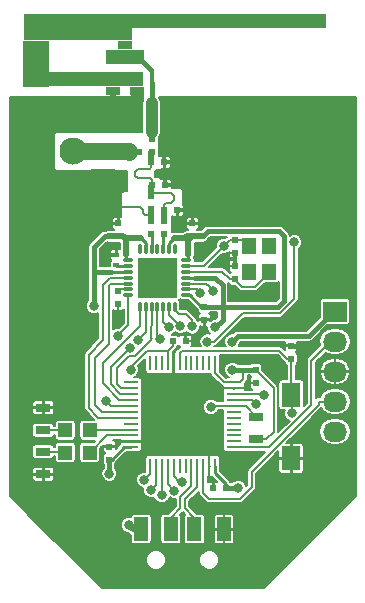
<source format=gtl>
G04 #@! TF.FileFunction,Copper,L1,Top,Signal*
%FSLAX46Y46*%
G04 Gerber Fmt 4.6, Leading zero omitted, Abs format (unit mm)*
G04 Created by KiCad (PCBNEW (2016-08-08 BZR 7014)-stable) date Tue Aug  9 20:31:53 2016*
%MOMM*%
%LPD*%
G01*
G04 APERTURE LIST*
%ADD10C,0.100000*%
%ADD11R,0.250000X1.300000*%
%ADD12R,1.300000X0.250000*%
%ADD13R,1.300000X0.700000*%
%ADD14R,0.600000X0.500000*%
%ADD15R,0.500000X0.600000*%
%ADD16R,1.198880X1.198880*%
%ADD17R,2.032000X1.727200*%
%ADD18O,2.032000X1.727200*%
%ADD19R,2.000000X2.000000*%
%ADD20C,2.300000*%
%ADD21R,0.600000X0.400000*%
%ADD22O,0.300000X0.850000*%
%ADD23O,0.850000X0.300000*%
%ADD24R,1.675000X1.675000*%
%ADD25R,1.200000X1.400000*%
%ADD26R,0.500000X0.500000*%
%ADD27R,16.400000X1.210000*%
%ADD28R,9.180000X2.210000*%
%ADD29R,1.200000X0.800000*%
%ADD30R,3.200000X1.210000*%
%ADD31R,2.180000X3.960000*%
%ADD32R,8.000000X1.290000*%
%ADD33R,1.200000X0.740000*%
%ADD34R,0.460000X2.230000*%
%ADD35R,1.600000X2.000000*%
%ADD36O,1.600000X4.000000*%
%ADD37R,1.200000X2.000000*%
%ADD38C,0.800000*%
%ADD39C,0.304800*%
%ADD40C,0.203200*%
%ADD41C,0.381000*%
%ADD42C,0.254000*%
%ADD43C,0.508000*%
%ADD44C,0.457200*%
%ADD45C,1.016000*%
%ADD46C,0.250000*%
%ADD47C,1.397000*%
%ADD48C,0.152400*%
G04 APERTURE END LIST*
D10*
D11*
X100750000Y-97650000D03*
X100250000Y-97650000D03*
X99750000Y-97650000D03*
X99250000Y-97650000D03*
X98750000Y-97650000D03*
X98250000Y-97650000D03*
X97750000Y-97650000D03*
X97250000Y-97650000D03*
X96750000Y-97650000D03*
X96250000Y-97650000D03*
X95750000Y-97650000D03*
X95250000Y-97650000D03*
D12*
X93650000Y-99250000D03*
X93650000Y-99750000D03*
X93650000Y-100250000D03*
X93650000Y-100750000D03*
X93650000Y-101250000D03*
X93650000Y-101750000D03*
X93650000Y-102250000D03*
X93650000Y-102750000D03*
X93650000Y-103250000D03*
X93650000Y-103750000D03*
X93650000Y-104250000D03*
X93650000Y-104750000D03*
D11*
X95250000Y-106350000D03*
X95750000Y-106350000D03*
X96250000Y-106350000D03*
X96750000Y-106350000D03*
X97250000Y-106350000D03*
X97750000Y-106350000D03*
X98250000Y-106350000D03*
X98750000Y-106350000D03*
X99250000Y-106350000D03*
X99750000Y-106350000D03*
X100250000Y-106350000D03*
X100750000Y-106350000D03*
D12*
X102350000Y-104750000D03*
X102350000Y-104250000D03*
X102350000Y-103750000D03*
X102350000Y-103250000D03*
X102350000Y-102750000D03*
X102350000Y-102250000D03*
X102350000Y-101750000D03*
X102350000Y-101250000D03*
X102350000Y-100750000D03*
X102350000Y-100250000D03*
X102350000Y-99750000D03*
X102350000Y-99250000D03*
D13*
X104250000Y-104050000D03*
X104250000Y-102150000D03*
D14*
X97150000Y-95750000D03*
X98250000Y-95750000D03*
D15*
X91800000Y-105800000D03*
X91800000Y-104700000D03*
X104200000Y-98200000D03*
X104200000Y-99300000D03*
D14*
X101700000Y-108200000D03*
X100600000Y-108200000D03*
D15*
X107200000Y-97250000D03*
X107200000Y-96150000D03*
X99850000Y-92850000D03*
X99850000Y-93950000D03*
X98837184Y-86895420D03*
X98837184Y-85795420D03*
X92564654Y-86895367D03*
X92564654Y-85795367D03*
D14*
X96460000Y-84700000D03*
X97560000Y-84700000D03*
D15*
X96400000Y-85590000D03*
X96400000Y-86690000D03*
D14*
X95391547Y-82536600D03*
X96491547Y-82536600D03*
X95365967Y-80631600D03*
X96465967Y-80631600D03*
D15*
X95330000Y-85590000D03*
X95330000Y-86690000D03*
X95330000Y-83460000D03*
X95330000Y-84560000D03*
X102437060Y-87193747D03*
X102437060Y-88293747D03*
X102437060Y-90503727D03*
X102437060Y-89403727D03*
X92531060Y-91511927D03*
X92531060Y-92611927D03*
D16*
X90149020Y-103300000D03*
X88050980Y-103300000D03*
X90149020Y-105200000D03*
X88050980Y-105200000D03*
D17*
X110900000Y-93270000D03*
D18*
X110900000Y-95810000D03*
X110900000Y-98350000D03*
X110900000Y-100890000D03*
X110900000Y-103430000D03*
D19*
X91240000Y-77170000D03*
X86160000Y-77170000D03*
X86160000Y-82250000D03*
X91240000Y-82250000D03*
D20*
X88700000Y-79710000D03*
D13*
X86200000Y-103300000D03*
X86200000Y-101400000D03*
X86200000Y-105150000D03*
X86200000Y-107050000D03*
D21*
X92400000Y-89350000D03*
X92400000Y-88450000D03*
D22*
X94370000Y-92840000D03*
X94870000Y-92840000D03*
X95370000Y-92840000D03*
X95870000Y-92840000D03*
X96370000Y-92840000D03*
X96870000Y-92840000D03*
X97370000Y-92840000D03*
D23*
X98320000Y-91890000D03*
X98320000Y-91390000D03*
X98320000Y-90890000D03*
X98320000Y-90390000D03*
X98320000Y-89890000D03*
X98320000Y-89390000D03*
X98320000Y-88890000D03*
D22*
X97370000Y-87940000D03*
X96870000Y-87940000D03*
X96370000Y-87940000D03*
X95870000Y-87940000D03*
X95370000Y-87940000D03*
X94870000Y-87940000D03*
X94370000Y-87940000D03*
D23*
X93420000Y-88890000D03*
X93420000Y-89390000D03*
X93420000Y-89890000D03*
X93420000Y-90390000D03*
X93420000Y-90890000D03*
X93420000Y-91390000D03*
X93420000Y-91890000D03*
D24*
X96707500Y-89552500D03*
X95032500Y-89552500D03*
X96707500Y-91227500D03*
X95032500Y-91227500D03*
D25*
X103600000Y-87700000D03*
X105300000Y-89900000D03*
X103600000Y-89900000D03*
X105300000Y-87700000D03*
D14*
X94310000Y-79730000D03*
D26*
X95370000Y-79730000D03*
D15*
X95370000Y-79730000D03*
X95370000Y-78630000D03*
D27*
X101900000Y-68685000D03*
D28*
X89110000Y-69185000D03*
D29*
X93100000Y-70690000D03*
D30*
X93100000Y-71695000D03*
D31*
X85610000Y-72270000D03*
D32*
X90700000Y-73605000D03*
D33*
X94100000Y-74620000D03*
X92100000Y-74620000D03*
D34*
X95380000Y-73875000D03*
D10*
G36*
X95284472Y-73084741D02*
X93870259Y-71670528D01*
X94195528Y-71345259D01*
X95609741Y-72759472D01*
X95284472Y-73084741D01*
X95284472Y-73084741D01*
G37*
D35*
X107200000Y-100300000D03*
X107200000Y-105700000D03*
D36*
X92300000Y-114300000D03*
X103700000Y-114300000D03*
D37*
X97000000Y-111700000D03*
X99000000Y-111700000D03*
X94500000Y-111700000D03*
X101500000Y-111700000D03*
D38*
X95900000Y-90400000D03*
X84899997Y-101200003D03*
X87600000Y-101200000D03*
X106000000Y-114000000D03*
X103000000Y-110000000D03*
X107000000Y-110000000D03*
X109000000Y-108000000D03*
X88000000Y-77000000D03*
X85000000Y-80000000D03*
X111000000Y-106000000D03*
X98000000Y-102000000D03*
X108000000Y-93000000D03*
X111000000Y-88000000D03*
X109000000Y-90000000D03*
X109000000Y-86000000D03*
X111000000Y-84000000D03*
X107000000Y-84000000D03*
X103000000Y-84000000D03*
X109000000Y-82000000D03*
X105000000Y-82000000D03*
X101000000Y-82000000D03*
X111000000Y-80000000D03*
X107000000Y-80000000D03*
X103000000Y-80000000D03*
X111000000Y-76000000D03*
X107000000Y-76000000D03*
X103000000Y-76000000D03*
X109000000Y-78000000D03*
X105000000Y-78000000D03*
X101000000Y-78000000D03*
X97000000Y-78000000D03*
X99000000Y-76000000D03*
X99000000Y-80000000D03*
X99000000Y-84000000D03*
X85000000Y-97000000D03*
X87000000Y-96000000D03*
X85000000Y-94000000D03*
X88000000Y-84000000D03*
X85000000Y-86000000D03*
X87000000Y-92000000D03*
X85000000Y-90000000D03*
X87000000Y-88000000D03*
X89000000Y-90000000D03*
X90000000Y-86000000D03*
X92000000Y-84000000D03*
X100856000Y-99842000D03*
X97300000Y-99650000D03*
X94850000Y-104250000D03*
X100250000Y-105100000D03*
X108250000Y-96150000D03*
X102200000Y-92000000D03*
X105300002Y-91700000D03*
X98197950Y-92702050D03*
X92500000Y-93600000D03*
X105725000Y-98425000D03*
X96707500Y-91227500D03*
X96707500Y-89552500D03*
X95032500Y-89552500D03*
X95032500Y-91227500D03*
X91450000Y-88400000D03*
X100150000Y-87950000D03*
X101600000Y-88850000D03*
X93433000Y-111333000D03*
X102200000Y-95800000D03*
X102200000Y-98200000D03*
X102700002Y-108200000D03*
X91800000Y-107000000D03*
X93650000Y-98200000D03*
X107253886Y-101853886D03*
X100750000Y-94600000D03*
X100750000Y-94600000D03*
X90500000Y-92800000D03*
X101477607Y-87700000D03*
X100400000Y-101350000D03*
X107460000Y-87396000D03*
X100100000Y-95800000D03*
X97987347Y-107687347D03*
X94234080Y-95646517D03*
X91540510Y-100850000D03*
X104200000Y-101050000D03*
X100600000Y-91500000D03*
X104920000Y-100350008D03*
X99500000Y-91700000D03*
X98807842Y-94526444D03*
X97281184Y-108422254D03*
X97808000Y-94508000D03*
X96250000Y-108800000D03*
X95341139Y-108382897D03*
X96812568Y-94603590D03*
X94750000Y-107500000D03*
X96065784Y-95558523D03*
X92500000Y-95299998D03*
X93522380Y-96358217D03*
D39*
X95032500Y-89552500D02*
X95052500Y-89552500D01*
X95052500Y-89552500D02*
X95900000Y-90400000D01*
X96707500Y-89552500D02*
X96707500Y-89592500D01*
X96707500Y-89592500D02*
X95900000Y-90400000D01*
X95900000Y-90400000D02*
X95900000Y-90420000D01*
X95900000Y-90420000D02*
X96707500Y-91227500D01*
X95032500Y-91227500D02*
X95072500Y-91227500D01*
X95072500Y-91227500D02*
X95900000Y-90400000D01*
X92100000Y-74620000D02*
X92100000Y-76310000D01*
X92100000Y-76310000D02*
X91240000Y-77170000D01*
X94100000Y-76700000D02*
X93630000Y-77170000D01*
X93630000Y-77170000D02*
X91240000Y-77170000D01*
X94100000Y-74620000D02*
X94100000Y-76700000D01*
D40*
X84949998Y-105000000D02*
X84949998Y-101250004D01*
X84949998Y-101250004D02*
X84899997Y-101200003D01*
X86550000Y-107000000D02*
X87000000Y-107000000D01*
X87000000Y-107000000D02*
X88000000Y-108000000D01*
X86200000Y-107050000D02*
X86500000Y-107050000D01*
X86500000Y-107050000D02*
X86550000Y-107000000D01*
X86200000Y-101400000D02*
X87400000Y-101400000D01*
X87400000Y-101400000D02*
X87600000Y-101200000D01*
X92300000Y-114300000D02*
X91296800Y-114300000D01*
X91296800Y-114300000D02*
X90000000Y-113003200D01*
X90000000Y-113003200D02*
X90000000Y-113000000D01*
X107000000Y-110000000D02*
X107000000Y-113000000D01*
X107000000Y-113000000D02*
X106000000Y-114000000D01*
X103000000Y-111003200D02*
X103000000Y-110000000D01*
X101500000Y-111700000D02*
X102303200Y-111700000D01*
X102303200Y-111700000D02*
X103000000Y-111003200D01*
X107000000Y-110000000D02*
X103000000Y-110000000D01*
X109000000Y-108000000D02*
X107000000Y-110000000D01*
X111000000Y-106000000D02*
X109000000Y-108000000D01*
X86160000Y-77170000D02*
X87830000Y-77170000D01*
X87830000Y-77170000D02*
X88000000Y-77000000D01*
X86160000Y-82250000D02*
X86160000Y-81046800D01*
X86160000Y-81046800D02*
X85113200Y-80000000D01*
X85113200Y-80000000D02*
X85000000Y-80000000D01*
X107200000Y-105700000D02*
X110700000Y-105700000D01*
X110700000Y-105700000D02*
X111000000Y-106000000D01*
X97300000Y-99650000D02*
X97300000Y-101300000D01*
X97300000Y-101300000D02*
X98000000Y-102000000D01*
X109000000Y-90000000D02*
X109000000Y-92000000D01*
X109000000Y-92000000D02*
X108000000Y-93000000D01*
X109000000Y-88000000D02*
X109000000Y-90000000D01*
X109000000Y-86000000D02*
X109000000Y-88000000D01*
X109000000Y-88000000D02*
X111000000Y-88000000D01*
X109000000Y-84000000D02*
X111000000Y-84000000D01*
X107000000Y-84000000D02*
X109000000Y-84000000D01*
X109000000Y-84000000D02*
X109000000Y-86000000D01*
X103000000Y-84000000D02*
X107000000Y-84000000D01*
X99000000Y-84000000D02*
X103000000Y-84000000D01*
X105000000Y-82000000D02*
X109000000Y-82000000D01*
X101000000Y-82000000D02*
X105000000Y-82000000D01*
X99000000Y-82000000D02*
X99000000Y-80000000D01*
X99000000Y-84000000D02*
X99000000Y-82000000D01*
X99000000Y-82000000D02*
X101000000Y-82000000D01*
X107000000Y-80000000D02*
X111000000Y-80000000D01*
X103000000Y-80000000D02*
X107000000Y-80000000D01*
X99000000Y-80000000D02*
X103000000Y-80000000D01*
X107000000Y-76000000D02*
X111000000Y-76000000D01*
X103000000Y-76000000D02*
X107000000Y-76000000D01*
X99000000Y-76000000D02*
X103000000Y-76000000D01*
X105000000Y-78000000D02*
X109000000Y-78000000D01*
X101000000Y-78000000D02*
X105000000Y-78000000D01*
X99000000Y-78000000D02*
X101000000Y-78000000D01*
X99000000Y-78000000D02*
X99000000Y-76000000D01*
X99000000Y-80000000D02*
X99000000Y-78000000D01*
X99000000Y-78000000D02*
X97000000Y-78000000D01*
X98480000Y-84040000D02*
X98960000Y-84040000D01*
X98960000Y-84040000D02*
X99000000Y-84000000D01*
X85000000Y-94000000D02*
X85000000Y-97000000D01*
X87000000Y-92000000D02*
X87000000Y-96000000D01*
X85000000Y-90000000D02*
X85000000Y-94000000D01*
X88000000Y-86000000D02*
X85000000Y-86000000D01*
X90000000Y-86000000D02*
X88000000Y-86000000D01*
X88000000Y-86000000D02*
X88000000Y-84000000D01*
X87000000Y-90000000D02*
X85000000Y-90000000D01*
X89000000Y-90000000D02*
X87000000Y-90000000D01*
X87000000Y-90000000D02*
X87000000Y-92000000D01*
X89000000Y-88000000D02*
X89000000Y-90000000D01*
X89000000Y-87000000D02*
X89000000Y-88000000D01*
X89000000Y-88000000D02*
X87000000Y-88000000D01*
X90000000Y-86000000D02*
X89000000Y-87000000D01*
X91240000Y-82250000D02*
X91240000Y-84760000D01*
X91240000Y-84760000D02*
X90000000Y-86000000D01*
X91240000Y-82250000D02*
X91240000Y-83453200D01*
X91240000Y-83453200D02*
X91786800Y-84000000D01*
X91786800Y-84000000D02*
X92000000Y-84000000D01*
X95330000Y-85100000D02*
X94800000Y-85100000D01*
X94800000Y-85100000D02*
X94620000Y-84920000D01*
X94620000Y-84920000D02*
X94620000Y-84650000D01*
X94620000Y-84650000D02*
X94410000Y-84440000D01*
X94410000Y-84440000D02*
X92440000Y-84440000D01*
X92440000Y-84440000D02*
X92000000Y-84000000D01*
X100948000Y-99750000D02*
X100856000Y-99842000D01*
X102350000Y-99750000D02*
X100948000Y-99750000D01*
X97250000Y-97650000D02*
X97250000Y-99600000D01*
X97250000Y-99600000D02*
X97300000Y-99650000D01*
X93650000Y-104250000D02*
X94850000Y-104250000D01*
X100250000Y-106350000D02*
X100250000Y-105100000D01*
D41*
X107350000Y-96150000D02*
X108250000Y-96150000D01*
X91240000Y-77170000D02*
X92621000Y-77170000D01*
X92621000Y-77170000D02*
X94100000Y-75691000D01*
X94100000Y-75691000D02*
X94100000Y-74640501D01*
X91240000Y-77170000D02*
X91240000Y-75789000D01*
X91240000Y-75789000D02*
X92100000Y-74929000D01*
X92100000Y-74929000D02*
X92100000Y-74640501D01*
X105300002Y-91700000D02*
X102500000Y-91700000D01*
X102500000Y-91700000D02*
X102200000Y-92000000D01*
D40*
X99850000Y-93950000D02*
X99396800Y-93950000D01*
X98197950Y-92751150D02*
X98197950Y-92702050D01*
X99396800Y-93950000D02*
X98197950Y-92751150D01*
X92531060Y-92611927D02*
X92531060Y-93568940D01*
X92531060Y-93568940D02*
X92500000Y-93600000D01*
X95032500Y-89552500D02*
X96707500Y-89552500D01*
D42*
X91500000Y-88450000D02*
X91450000Y-88400000D01*
X92400000Y-88450000D02*
X91500000Y-88450000D01*
X92400000Y-88450000D02*
X92400000Y-88200000D01*
D39*
X102437060Y-88850000D02*
X102437060Y-89403727D01*
X102437060Y-88293747D02*
X102437060Y-88850000D01*
X102437060Y-88850000D02*
X101600000Y-88850000D01*
D40*
X96465967Y-80631600D02*
X96465967Y-81956220D01*
X96465967Y-81956220D02*
X96491547Y-81981800D01*
D39*
X98480000Y-82800000D02*
X98480000Y-84040000D01*
X98480000Y-84040000D02*
X98480000Y-84490000D01*
D40*
X98140000Y-85500000D02*
X98480000Y-85160000D01*
X97560000Y-84700000D02*
X97560000Y-85490000D01*
X97560000Y-85490000D02*
X97570000Y-85500000D01*
X97570000Y-85500000D02*
X98140000Y-85500000D01*
X98480000Y-85160000D02*
X98480000Y-84040000D01*
X98480000Y-84700000D02*
X98480000Y-84490000D01*
D39*
X97560000Y-84700000D02*
X98164800Y-84700000D01*
X98164800Y-84700000D02*
X98480000Y-84700000D01*
X97350000Y-81670000D02*
X97850000Y-82170000D01*
X97850000Y-82170000D02*
X98210000Y-82530000D01*
X96465967Y-80631600D02*
X96465967Y-80076800D01*
X96465967Y-80076800D02*
X96852767Y-79690000D01*
X96852767Y-79690000D02*
X97690000Y-79690000D01*
X97690000Y-79690000D02*
X97920000Y-79920000D01*
X97920000Y-79920000D02*
X97920000Y-82100000D01*
X97920000Y-82100000D02*
X97850000Y-82170000D01*
X96465967Y-80631600D02*
X97308400Y-80631600D01*
X97350000Y-81670000D02*
X97350000Y-80590000D01*
X97308400Y-80631600D02*
X97350000Y-80590000D01*
X96491547Y-82536600D02*
X97096347Y-82536600D01*
X98210000Y-82530000D02*
X98480000Y-82800000D01*
X97096347Y-82536600D02*
X97102947Y-82530000D01*
X97102947Y-82530000D02*
X98210000Y-82530000D01*
X96491547Y-82536600D02*
X96491547Y-81981800D01*
X96491547Y-81981800D02*
X96803347Y-81670000D01*
X96803347Y-81670000D02*
X97350000Y-81670000D01*
D43*
X95330000Y-85100000D02*
X95330000Y-84560000D01*
X95330000Y-85590000D02*
X95330000Y-85100000D01*
D44*
X95380000Y-73875000D02*
X95380000Y-75584402D01*
X95380000Y-75584402D02*
X95370000Y-75594402D01*
D45*
X95370000Y-78100000D02*
X95370000Y-75594402D01*
D43*
X95370000Y-78580000D02*
X95370000Y-78100000D01*
X94500000Y-111700000D02*
X93800000Y-111700000D01*
X93800000Y-111700000D02*
X93433000Y-111333000D01*
D40*
X104250000Y-104050000D02*
X105103200Y-104050000D01*
X105103200Y-104050000D02*
X105700000Y-103453200D01*
X105700000Y-103453200D02*
X105700000Y-99750000D01*
X105700000Y-99750000D02*
X104200000Y-98250000D01*
X104200000Y-98250000D02*
X104200000Y-98200000D01*
X97150000Y-95750000D02*
X97150000Y-96203200D01*
X96750000Y-97650000D02*
X96750000Y-96603200D01*
X96750000Y-96603200D02*
X94978918Y-96603200D01*
X93744000Y-97838118D02*
X93744000Y-98106000D01*
X93744000Y-98106000D02*
X93650000Y-98200000D01*
X94978918Y-96603200D02*
X93744000Y-97838118D01*
D41*
X104200000Y-98200000D02*
X103142000Y-98200000D01*
X103142000Y-98200000D02*
X102200000Y-98200000D01*
D40*
X102350000Y-99250000D02*
X102875000Y-99250000D01*
X102875000Y-99250000D02*
X103142000Y-98983000D01*
X103142000Y-98983000D02*
X103142000Y-98200000D01*
D41*
X102649999Y-95350001D02*
X102599999Y-95400001D01*
X110747600Y-93270000D02*
X108667599Y-95350001D01*
X110900000Y-93270000D02*
X110747600Y-93270000D01*
X102599999Y-95400001D02*
X102200000Y-95800000D01*
X108667599Y-95350001D02*
X102649999Y-95350001D01*
X101700000Y-108200000D02*
X102700002Y-108200000D01*
X91800000Y-107000000D02*
X91800000Y-105800000D01*
D40*
X102350000Y-99250000D02*
X101496800Y-99250000D01*
X101496800Y-99250000D02*
X100750000Y-98503200D01*
X100750000Y-98503200D02*
X100750000Y-97650000D01*
X97150000Y-96203200D02*
X96750000Y-96603200D01*
X97000000Y-95900000D02*
X97150000Y-95750000D01*
D46*
X100750000Y-106350000D02*
X100750000Y-106950000D01*
X100750000Y-106950000D02*
X101700000Y-107900000D01*
X101700000Y-107900000D02*
X101700000Y-108200000D01*
X93650000Y-104750000D02*
X93050000Y-104750000D01*
X93050000Y-104750000D02*
X92000000Y-105800000D01*
X92000000Y-105800000D02*
X91800000Y-105800000D01*
D40*
X97750000Y-97650000D02*
X97750000Y-96796800D01*
X97750000Y-96796800D02*
X97945199Y-96601601D01*
X97945199Y-96601601D02*
X106201601Y-96601601D01*
X106201601Y-96601601D02*
X106850000Y-97250000D01*
X106850000Y-97250000D02*
X107200000Y-97250000D01*
X107200000Y-100300000D02*
X107200000Y-99096800D01*
X107200000Y-99096800D02*
X107200000Y-97250000D01*
X107253886Y-101853886D02*
X107253886Y-100353886D01*
X107253886Y-100353886D02*
X107200000Y-100300000D01*
X107350000Y-101757772D02*
X107253886Y-101853886D01*
D41*
X101400000Y-92850000D02*
X106100000Y-92850000D01*
X106100000Y-92850000D02*
X106600000Y-92350000D01*
X106600000Y-92350000D02*
X106600000Y-86850000D01*
X106600000Y-86850000D02*
X106200000Y-86450000D01*
X106200000Y-86450000D02*
X100150000Y-86450000D01*
X100150000Y-86450000D02*
X99700000Y-86900000D01*
X101400000Y-92850000D02*
X101399999Y-91030055D01*
X101399999Y-91030055D02*
X100759944Y-90390000D01*
X100759944Y-90390000D02*
X99040000Y-90390000D01*
X101400000Y-92850000D02*
X101400000Y-93950000D01*
X100800000Y-92850000D02*
X101400000Y-92850000D01*
X100750000Y-94600000D02*
X101400000Y-93950000D01*
X99850000Y-92850000D02*
X100800000Y-92850000D01*
D42*
X99850000Y-92850000D02*
X100495992Y-92850000D01*
X100495992Y-92850000D02*
X100522996Y-92877004D01*
X98320000Y-91890000D02*
X98595000Y-91890000D01*
X98595000Y-91890000D02*
X99555000Y-92850000D01*
X99555000Y-92850000D02*
X99850000Y-92850000D01*
D41*
X100800000Y-92850000D02*
X100550000Y-92850000D01*
X90498400Y-92801600D02*
X90500000Y-92800000D01*
X90500000Y-89951600D02*
X90500000Y-92234315D01*
X90498400Y-89950000D02*
X90500000Y-89951600D01*
X90500000Y-92234315D02*
X90500000Y-92800000D01*
X91900000Y-89897890D02*
X90550510Y-89897890D01*
X90550510Y-89897890D02*
X90498400Y-89950000D01*
X90498400Y-89950000D02*
X90498400Y-87801600D01*
D42*
X92880000Y-89900000D02*
X91900000Y-89897890D01*
X91900000Y-89897890D02*
X91900000Y-89900000D01*
X93420000Y-89890000D02*
X92890000Y-89890000D01*
X92890000Y-89890000D02*
X92880000Y-89900000D01*
D41*
X90498400Y-87801600D02*
X91404633Y-86895367D01*
X91404633Y-86895367D02*
X91704633Y-86895367D01*
D43*
X92564654Y-86895367D02*
X91704633Y-86895367D01*
D41*
X92519287Y-86850000D02*
X92564654Y-86895367D01*
D43*
X98837184Y-86895420D02*
X99695420Y-86895420D01*
X99695420Y-86895420D02*
X99700000Y-86900000D01*
D42*
X98320000Y-91890000D02*
X98414035Y-91890000D01*
X100522996Y-92877004D02*
X100550000Y-92850000D01*
X98890000Y-90390000D02*
X99040000Y-90390000D01*
X98320000Y-90390000D02*
X98890000Y-90390000D01*
X93420000Y-88890000D02*
X93200000Y-88670000D01*
X93200000Y-88670000D02*
X93200000Y-88500000D01*
X98320000Y-88890000D02*
X98500000Y-88710000D01*
X98500000Y-88710000D02*
X98500000Y-88500000D01*
D43*
X98500000Y-87232604D02*
X98500000Y-88500000D01*
X98837184Y-86895420D02*
X98500000Y-87232604D01*
X93200000Y-87100000D02*
X93200000Y-88500000D01*
X92995367Y-86895367D02*
X93200000Y-87100000D01*
X98837184Y-86895420D02*
X98404580Y-86895420D01*
X98404580Y-86895420D02*
X98239010Y-87060990D01*
X98239010Y-87060990D02*
X97260406Y-87060990D01*
D42*
X96870000Y-87490406D02*
X97260406Y-87060990D01*
X97260406Y-87060990D02*
X97260406Y-87100000D01*
X96870000Y-87940000D02*
X96870000Y-87490406D01*
X94870000Y-87490406D02*
X94500000Y-87060990D01*
X94500000Y-87060990D02*
X94500000Y-87120406D01*
D43*
X92995367Y-86895367D02*
X93160990Y-87060990D01*
X93160990Y-87060990D02*
X94119811Y-87060990D01*
X94119811Y-87060990D02*
X94500000Y-87060990D01*
X92564654Y-86895367D02*
X92995367Y-86895367D01*
D42*
X94870000Y-87940000D02*
X94870000Y-87490406D01*
D43*
X98837184Y-86895420D02*
X98834580Y-86895420D01*
X95365967Y-80631600D02*
X95365967Y-79734033D01*
X95365967Y-79734033D02*
X95370000Y-79730000D01*
D40*
X95391547Y-82536600D02*
X95391547Y-82141547D01*
X95200000Y-81220000D02*
X95365967Y-81054033D01*
X95391547Y-82141547D02*
X95230000Y-81980000D01*
X94190000Y-81980000D02*
X93960000Y-81750000D01*
X95230000Y-81980000D02*
X94190000Y-81980000D01*
X93960000Y-81750000D02*
X93960000Y-81470000D01*
X93960000Y-81470000D02*
X94210000Y-81220000D01*
X94210000Y-81220000D02*
X95200000Y-81220000D01*
X95365967Y-81054033D02*
X95365967Y-80631600D01*
D43*
X95330000Y-83460000D02*
X95330000Y-83110000D01*
X95330000Y-83110000D02*
X95330000Y-82598147D01*
D40*
X96460000Y-84700000D02*
X96460000Y-84230000D01*
X97030000Y-84060000D02*
X97310000Y-83780000D01*
X96460000Y-84230000D02*
X96630000Y-84060000D01*
X97310000Y-83480000D02*
X97030000Y-83200000D01*
X96630000Y-84060000D02*
X97030000Y-84060000D01*
X97310000Y-83780000D02*
X97310000Y-83480000D01*
X97030000Y-83200000D02*
X95420000Y-83200000D01*
X95420000Y-83200000D02*
X95330000Y-83110000D01*
D43*
X95330000Y-82598147D02*
X95391547Y-82536600D01*
X96400000Y-85590000D02*
X96400000Y-84760000D01*
X96400000Y-84760000D02*
X96460000Y-84700000D01*
D42*
X96370000Y-87940000D02*
X96370000Y-86720000D01*
X96370000Y-86720000D02*
X96400000Y-86690000D01*
X95370000Y-87940000D02*
X95370000Y-86730000D01*
X95370000Y-86730000D02*
X95330000Y-86690000D01*
D40*
X101983860Y-87193747D02*
X101477607Y-87700000D01*
X101477607Y-87700000D02*
X99787607Y-89390000D01*
X102437060Y-87193747D02*
X101983860Y-87193747D01*
X99787607Y-89390000D02*
X98320000Y-89390000D01*
X102437060Y-87193747D02*
X103093747Y-87193747D01*
X103093747Y-87193747D02*
X103600000Y-87700000D01*
X102437060Y-90503727D02*
X101983860Y-90503727D01*
X101983860Y-90503727D02*
X101370133Y-89890000D01*
X101370133Y-89890000D02*
X98948200Y-89890000D01*
X98948200Y-89890000D02*
X98320000Y-89890000D01*
X103033333Y-91150000D02*
X104150000Y-91150000D01*
X104150000Y-91150000D02*
X105300000Y-90000000D01*
X105300000Y-90000000D02*
X105300000Y-89900000D01*
X102437060Y-90503727D02*
X102437060Y-90553727D01*
X102437060Y-90553727D02*
X103033333Y-91150000D01*
X93420000Y-91390000D02*
X92652987Y-91390000D01*
X92652987Y-91390000D02*
X92531060Y-91511927D01*
X93650000Y-103250000D02*
X90199020Y-103250000D01*
X90199020Y-103250000D02*
X90149020Y-103300000D01*
X88050980Y-103300000D02*
X86200000Y-103300000D01*
X90149020Y-105200000D02*
X91599020Y-103750000D01*
X91599020Y-103750000D02*
X93650000Y-103750000D01*
X86200000Y-105150000D02*
X88000980Y-105150000D01*
X88000980Y-105150000D02*
X88050980Y-105200000D01*
X102350000Y-101250000D02*
X100500000Y-101250000D01*
X100500000Y-101250000D02*
X100400000Y-101350000D01*
X102350000Y-101250000D02*
X103350000Y-101250000D01*
X103350000Y-101250000D02*
X104250000Y-102150000D01*
D47*
X93470000Y-79730000D02*
X93450000Y-79710000D01*
X93450000Y-79710000D02*
X88700000Y-79710000D01*
D40*
X94220000Y-79730000D02*
X93470000Y-79730000D01*
X107460000Y-87961685D02*
X107460000Y-87396000D01*
X107460000Y-92185950D02*
X107460000Y-87961685D01*
X106253839Y-93392111D02*
X107460000Y-92185950D01*
X103073574Y-93392111D02*
X106253839Y-93392111D01*
X100100000Y-95800000D02*
X100665685Y-95800000D01*
X100665685Y-95800000D02*
X103073574Y-93392111D01*
X97250000Y-106350000D02*
X97250000Y-107203200D01*
X97250000Y-107203200D02*
X97734147Y-107687347D01*
X97734147Y-107687347D02*
X97987347Y-107687347D01*
X99250000Y-106350000D02*
X99250000Y-108100000D01*
X99250000Y-108100000D02*
X98200000Y-109150000D01*
X98200000Y-109150000D02*
X98200000Y-109900000D01*
X98200000Y-109900000D02*
X99000000Y-110700000D01*
X99000000Y-110700000D02*
X99000000Y-111700000D01*
X98750000Y-106350000D02*
X98750000Y-108029776D01*
X98750000Y-108029776D02*
X97796790Y-108982985D01*
X97796790Y-108982985D02*
X97796790Y-109903210D01*
X97796790Y-109903210D02*
X97000000Y-110700000D01*
X97000000Y-110700000D02*
X97000000Y-111700000D01*
X108900000Y-97407600D02*
X108900000Y-101200000D01*
X110600000Y-95860000D02*
X110447600Y-95860000D01*
X110447600Y-95860000D02*
X108900000Y-97407600D01*
X108900000Y-101200000D02*
X105350000Y-104750000D01*
X105350000Y-104750000D02*
X105092882Y-104750000D01*
X105092882Y-104750000D02*
X102350000Y-104750000D01*
X103850000Y-107500000D02*
X103850000Y-108088372D01*
X109510000Y-100890000D02*
X109510000Y-101160225D01*
X103850000Y-106820225D02*
X103850000Y-107500000D01*
X109510000Y-101160225D02*
X103850000Y-106820225D01*
X110900000Y-100890000D02*
X109510000Y-100890000D01*
X100250000Y-109100000D02*
X99750000Y-108600000D01*
X103850000Y-108088372D02*
X102838372Y-109100000D01*
X102838372Y-109100000D02*
X100250000Y-109100000D01*
X99750000Y-108600000D02*
X99750000Y-106350000D01*
X110600000Y-101050000D02*
X110600000Y-100940000D01*
X110600000Y-100940000D02*
X110600000Y-101000000D01*
D42*
X93420000Y-89390000D02*
X92440000Y-89390000D01*
X92440000Y-89390000D02*
X92400000Y-89350000D01*
D40*
X93650000Y-100750000D02*
X92656350Y-100750000D01*
X91250000Y-97638370D02*
X94370000Y-94518370D01*
X92656350Y-100750000D02*
X91250000Y-99343650D01*
X94370000Y-93468200D02*
X94370000Y-92840000D01*
X94370000Y-94518370D02*
X94370000Y-93468200D01*
X91250000Y-99343650D02*
X91250000Y-97638370D01*
X94634079Y-95246518D02*
X94234080Y-95646517D01*
X94870000Y-92840000D02*
X94870000Y-95010597D01*
X94870000Y-95010597D02*
X94634079Y-95246518D01*
X93650000Y-101250000D02*
X91940509Y-101249999D01*
X91940509Y-101249999D02*
X91540510Y-100850000D01*
X92791800Y-90890000D02*
X93420000Y-90890000D01*
X91748398Y-96051602D02*
X91748398Y-93363230D01*
X90624999Y-97175001D02*
X91748398Y-96051602D01*
X90624999Y-101198001D02*
X90624999Y-97175001D01*
X91176998Y-101750000D02*
X90624999Y-101198001D01*
X93650000Y-101750000D02*
X91176998Y-101750000D01*
X91748398Y-93363230D02*
X91750000Y-93361628D01*
X91750000Y-93361628D02*
X91750000Y-91050000D01*
X91910000Y-90890000D02*
X92791800Y-90890000D01*
X91750000Y-91050000D02*
X91910000Y-90890000D01*
D46*
X93416926Y-90886926D02*
X93420000Y-90890000D01*
D40*
X90850000Y-102250000D02*
X92796800Y-102250000D01*
X93420000Y-90390000D02*
X91839775Y-90390000D01*
X91839775Y-90390000D02*
X91251601Y-90978174D01*
X90050000Y-101450000D02*
X90850000Y-102250000D01*
X91251601Y-90978174D02*
X91251601Y-95698399D01*
X91251601Y-95698399D02*
X90050000Y-96900000D01*
X92796800Y-102250000D02*
X93650000Y-102250000D01*
X90050000Y-96900000D02*
X90050000Y-101450000D01*
X103950000Y-100800000D02*
X104200000Y-101050000D01*
X103950000Y-100750000D02*
X103950000Y-100800000D01*
X102350000Y-100750000D02*
X103950000Y-100750000D01*
X100200001Y-91100001D02*
X100600000Y-91500000D01*
X99990000Y-90890000D02*
X100200001Y-91100001D01*
X98320000Y-90890000D02*
X99990000Y-90890000D01*
X104819992Y-100250000D02*
X104920000Y-100350008D01*
X102350000Y-100250000D02*
X104819992Y-100250000D01*
X99190000Y-91390000D02*
X99500000Y-91700000D01*
X98320000Y-91390000D02*
X99190000Y-91390000D01*
X98315283Y-93468200D02*
X98807842Y-93960759D01*
X97723200Y-93468200D02*
X98315283Y-93468200D01*
X98807842Y-93960759D02*
X98807842Y-94526444D01*
X97370000Y-92840000D02*
X97370000Y-93115000D01*
X97370000Y-93115000D02*
X97723200Y-93468200D01*
X96750000Y-106350000D02*
X96750000Y-107891070D01*
X96750000Y-107891070D02*
X97281184Y-108422254D01*
X97408001Y-94108001D02*
X97808000Y-94508000D01*
X96870000Y-93570000D02*
X97408001Y-94108001D01*
X96870000Y-92840000D02*
X96870000Y-93570000D01*
X96250000Y-106350000D02*
X96250000Y-108800000D01*
X95750000Y-106350000D02*
X95750000Y-107974036D01*
X95750000Y-107974036D02*
X95341139Y-108382897D01*
X96370000Y-94161022D02*
X96412569Y-94203591D01*
X96370000Y-92840000D02*
X96370000Y-94161022D01*
X96412569Y-94203591D02*
X96812568Y-94603590D01*
X95250000Y-106350000D02*
X95250000Y-107000000D01*
X95250000Y-107000000D02*
X94750000Y-107500000D01*
X95870000Y-92840000D02*
X95870000Y-95370000D01*
X95870000Y-95370000D02*
X96058523Y-95558523D01*
X96058523Y-95558523D02*
X96065784Y-95558523D01*
X92899999Y-94899999D02*
X92500000Y-95299998D01*
X93420000Y-94379998D02*
X92899999Y-94899999D01*
X93420000Y-91890000D02*
X93420000Y-94379998D01*
X91900000Y-97980597D02*
X93122381Y-96758216D01*
X92726575Y-100250000D02*
X91900000Y-99423425D01*
X93650000Y-100250000D02*
X92726575Y-100250000D01*
X91900000Y-99423425D02*
X91900000Y-97980597D01*
X93122381Y-96758216D02*
X93522380Y-96358217D01*
X95370000Y-95468370D02*
X95364183Y-95468370D01*
X92796800Y-99750000D02*
X92476600Y-99429800D01*
X92476600Y-99429800D02*
X92476600Y-98061400D01*
X95364183Y-95468370D02*
X95370000Y-93468200D01*
X93650000Y-99750000D02*
X92796800Y-99750000D01*
X92476600Y-98061400D02*
X93478182Y-97059818D01*
X93952076Y-97059818D02*
X95364183Y-95647711D01*
X93478182Y-97059818D02*
X93952076Y-97059818D01*
X95364183Y-95647711D02*
X95364183Y-95468370D01*
X95370000Y-93468200D02*
X95370000Y-92840000D01*
D48*
G36*
X94623800Y-75387275D02*
X94582600Y-75594402D01*
X94582600Y-78082337D01*
X94576190Y-78086620D01*
X94540094Y-78093800D01*
X87312400Y-78093800D01*
X87297534Y-78095264D01*
X87239213Y-78106865D01*
X87211745Y-78118243D01*
X87162303Y-78151279D01*
X87141279Y-78172303D01*
X87108243Y-78221745D01*
X87096865Y-78249213D01*
X87085264Y-78307534D01*
X87083800Y-78322400D01*
X87083800Y-81097600D01*
X87085264Y-81112466D01*
X87096865Y-81170787D01*
X87108243Y-81198255D01*
X87141279Y-81247697D01*
X87162303Y-81268721D01*
X87211745Y-81301757D01*
X87239213Y-81313135D01*
X87297534Y-81324736D01*
X87312400Y-81326200D01*
X93220094Y-81326200D01*
X93256190Y-81333380D01*
X93280426Y-81349574D01*
X93296620Y-81373810D01*
X93303800Y-81409906D01*
X93303800Y-83010094D01*
X93296620Y-83046190D01*
X93280426Y-83070426D01*
X93256190Y-83086620D01*
X93220094Y-83093800D01*
X93022400Y-83093800D01*
X93007534Y-83095264D01*
X92949213Y-83106865D01*
X92921745Y-83118243D01*
X92872303Y-83151279D01*
X92851279Y-83172303D01*
X92818243Y-83221745D01*
X92806865Y-83249213D01*
X92795264Y-83307534D01*
X92793800Y-83322400D01*
X92793800Y-85215967D01*
X92659904Y-85215967D01*
X92590054Y-85285817D01*
X92590054Y-85769967D01*
X92610054Y-85769967D01*
X92610054Y-85820767D01*
X92590054Y-85820767D01*
X92590054Y-85840767D01*
X92539254Y-85840767D01*
X92539254Y-85820767D01*
X92105104Y-85820767D01*
X92035254Y-85890617D01*
X92035254Y-86150943D01*
X92077790Y-86253634D01*
X92156387Y-86332231D01*
X92186742Y-86344805D01*
X92161056Y-86361967D01*
X91704633Y-86361967D01*
X91500510Y-86402570D01*
X91466242Y-86425467D01*
X91404633Y-86425467D01*
X91224810Y-86461236D01*
X91072364Y-86563098D01*
X90166131Y-87469331D01*
X90064269Y-87621777D01*
X90028500Y-87801600D01*
X90028500Y-89950000D01*
X90030100Y-89958044D01*
X90030100Y-92309102D01*
X89924369Y-92414648D01*
X89820718Y-92664266D01*
X89820483Y-92934548D01*
X89923697Y-93184346D01*
X90114648Y-93375631D01*
X90364266Y-93479282D01*
X90634548Y-93479517D01*
X90870601Y-93381982D01*
X90870601Y-95540584D01*
X89780592Y-96630592D01*
X89698002Y-96754197D01*
X89689528Y-96796800D01*
X89669000Y-96900000D01*
X89669000Y-101450000D01*
X89698002Y-101595803D01*
X89780592Y-101719408D01*
X90476871Y-102415687D01*
X89549580Y-102415687D01*
X89440564Y-102437372D01*
X89348144Y-102499124D01*
X89286392Y-102591544D01*
X89264707Y-102700560D01*
X89264707Y-103899440D01*
X89286392Y-104008456D01*
X89348144Y-104100876D01*
X89440564Y-104162628D01*
X89549580Y-104184313D01*
X90625892Y-104184313D01*
X90494517Y-104315687D01*
X89549580Y-104315687D01*
X89440564Y-104337372D01*
X89348144Y-104399124D01*
X89286392Y-104491544D01*
X89264707Y-104600560D01*
X89264707Y-105799440D01*
X89286392Y-105908456D01*
X89348144Y-106000876D01*
X89440564Y-106062628D01*
X89549580Y-106084313D01*
X90748460Y-106084313D01*
X90857476Y-106062628D01*
X90949896Y-106000876D01*
X91011648Y-105908456D01*
X91033333Y-105799440D01*
X91033333Y-104854503D01*
X91276843Y-104610993D01*
X91340450Y-104674600D01*
X91774600Y-104674600D01*
X91774600Y-104654600D01*
X91825400Y-104654600D01*
X91825400Y-104674600D01*
X92259550Y-104674600D01*
X92329400Y-104604750D01*
X92329400Y-104344424D01*
X92286864Y-104241733D01*
X92208267Y-104163136D01*
X92130684Y-104131000D01*
X92720600Y-104131000D01*
X92720600Y-104154750D01*
X92790450Y-104224600D01*
X93624600Y-104224600D01*
X93624600Y-104204600D01*
X93675400Y-104204600D01*
X93675400Y-104224600D01*
X94509550Y-104224600D01*
X94579400Y-104154750D01*
X94579400Y-104069424D01*
X94551357Y-104001722D01*
X94563188Y-103984016D01*
X94584873Y-103875000D01*
X94584873Y-103625000D01*
X94563188Y-103515984D01*
X94552508Y-103500000D01*
X94563188Y-103484016D01*
X94584873Y-103375000D01*
X94584873Y-103125000D01*
X94563188Y-103015984D01*
X94552508Y-103000000D01*
X94563188Y-102984016D01*
X94584873Y-102875000D01*
X94584873Y-102625000D01*
X94563188Y-102515984D01*
X94552508Y-102500000D01*
X94563188Y-102484016D01*
X94584873Y-102375000D01*
X94584873Y-102125000D01*
X94563188Y-102015984D01*
X94552508Y-102000000D01*
X94563188Y-101984016D01*
X94584873Y-101875000D01*
X94584873Y-101625000D01*
X94563188Y-101515984D01*
X94552508Y-101500000D01*
X94563188Y-101484016D01*
X94584873Y-101375000D01*
X94584873Y-101125000D01*
X94563188Y-101015984D01*
X94552508Y-101000000D01*
X94563188Y-100984016D01*
X94584873Y-100875000D01*
X94584873Y-100625000D01*
X94563188Y-100515984D01*
X94552508Y-100500000D01*
X94563188Y-100484016D01*
X94584873Y-100375000D01*
X94584873Y-100125000D01*
X94563188Y-100015984D01*
X94552508Y-100000000D01*
X94563188Y-99984016D01*
X94584873Y-99875000D01*
X94584873Y-99625000D01*
X94563188Y-99515984D01*
X94552508Y-99500000D01*
X94563188Y-99484016D01*
X94584873Y-99375000D01*
X94584873Y-99125000D01*
X94563188Y-99015984D01*
X94501436Y-98923564D01*
X94409016Y-98861812D01*
X94300000Y-98840127D01*
X93879879Y-98840127D01*
X94034346Y-98776303D01*
X94225631Y-98585352D01*
X94329282Y-98335734D01*
X94329517Y-98065452D01*
X94249394Y-97871540D01*
X94840127Y-97280807D01*
X94840127Y-98300000D01*
X94861812Y-98409016D01*
X94923564Y-98501436D01*
X95015984Y-98563188D01*
X95125000Y-98584873D01*
X95375000Y-98584873D01*
X95484016Y-98563188D01*
X95500000Y-98552508D01*
X95515984Y-98563188D01*
X95625000Y-98584873D01*
X95875000Y-98584873D01*
X95984016Y-98563188D01*
X96000000Y-98552508D01*
X96015984Y-98563188D01*
X96125000Y-98584873D01*
X96375000Y-98584873D01*
X96484016Y-98563188D01*
X96500000Y-98552508D01*
X96515984Y-98563188D01*
X96625000Y-98584873D01*
X96875000Y-98584873D01*
X96984016Y-98563188D01*
X97001722Y-98551357D01*
X97069424Y-98579400D01*
X97154750Y-98579400D01*
X97224600Y-98509550D01*
X97224600Y-97675400D01*
X97204600Y-97675400D01*
X97204600Y-97624600D01*
X97224600Y-97624600D01*
X97224600Y-96790450D01*
X97163083Y-96728933D01*
X97419405Y-96472610D01*
X97419408Y-96472608D01*
X97501998Y-96349002D01*
X97517422Y-96271462D01*
X97559016Y-96263188D01*
X97651436Y-96201436D01*
X97700562Y-96127912D01*
X97713136Y-96158267D01*
X97791733Y-96236864D01*
X97814996Y-96246500D01*
X97799396Y-96249603D01*
X97675791Y-96332193D01*
X97480592Y-96527392D01*
X97398002Y-96650997D01*
X97384157Y-96720600D01*
X97345250Y-96720600D01*
X97275400Y-96790450D01*
X97275400Y-97624600D01*
X97295400Y-97624600D01*
X97295400Y-97675400D01*
X97275400Y-97675400D01*
X97275400Y-98509550D01*
X97345250Y-98579400D01*
X97430576Y-98579400D01*
X97498278Y-98551357D01*
X97515984Y-98563188D01*
X97625000Y-98584873D01*
X97875000Y-98584873D01*
X97984016Y-98563188D01*
X98000000Y-98552508D01*
X98015984Y-98563188D01*
X98125000Y-98584873D01*
X98375000Y-98584873D01*
X98484016Y-98563188D01*
X98500000Y-98552508D01*
X98515984Y-98563188D01*
X98625000Y-98584873D01*
X98875000Y-98584873D01*
X98984016Y-98563188D01*
X99000000Y-98552508D01*
X99015984Y-98563188D01*
X99125000Y-98584873D01*
X99375000Y-98584873D01*
X99484016Y-98563188D01*
X99500000Y-98552508D01*
X99515984Y-98563188D01*
X99625000Y-98584873D01*
X99875000Y-98584873D01*
X99984016Y-98563188D01*
X100000000Y-98552508D01*
X100015984Y-98563188D01*
X100125000Y-98584873D01*
X100375000Y-98584873D01*
X100384856Y-98582913D01*
X100398002Y-98649003D01*
X100480592Y-98772608D01*
X101227390Y-99519405D01*
X101227392Y-99519408D01*
X101350998Y-99601998D01*
X101420600Y-99615843D01*
X101420600Y-99654750D01*
X101490450Y-99724600D01*
X102324600Y-99724600D01*
X102324600Y-99704600D01*
X102375400Y-99704600D01*
X102375400Y-99724600D01*
X103209550Y-99724600D01*
X103279400Y-99654750D01*
X103279400Y-99569424D01*
X103251357Y-99501722D01*
X103263188Y-99484016D01*
X103283894Y-99379922D01*
X103411408Y-99252408D01*
X103493998Y-99128803D01*
X103523000Y-98983000D01*
X103523000Y-98669900D01*
X103727493Y-98669900D01*
X103748564Y-98701436D01*
X103822088Y-98750562D01*
X103791733Y-98763136D01*
X103713136Y-98841733D01*
X103670600Y-98944424D01*
X103670600Y-99204750D01*
X103740450Y-99274600D01*
X104174600Y-99274600D01*
X104174600Y-99254600D01*
X104225400Y-99254600D01*
X104225400Y-99274600D01*
X104245400Y-99274600D01*
X104245400Y-99325400D01*
X104225400Y-99325400D01*
X104225400Y-99345400D01*
X104174600Y-99345400D01*
X104174600Y-99325400D01*
X103740450Y-99325400D01*
X103670600Y-99395250D01*
X103670600Y-99655576D01*
X103713136Y-99758267D01*
X103791733Y-99836864D01*
X103869316Y-99869000D01*
X103279400Y-99869000D01*
X103279400Y-99845250D01*
X103209550Y-99775400D01*
X102375400Y-99775400D01*
X102375400Y-99795400D01*
X102324600Y-99795400D01*
X102324600Y-99775400D01*
X101490450Y-99775400D01*
X101420600Y-99845250D01*
X101420600Y-99930576D01*
X101448643Y-99998278D01*
X101436812Y-100015984D01*
X101415127Y-100125000D01*
X101415127Y-100375000D01*
X101436812Y-100484016D01*
X101447492Y-100500000D01*
X101436812Y-100515984D01*
X101415127Y-100625000D01*
X101415127Y-100869000D01*
X100879818Y-100869000D01*
X100785352Y-100774369D01*
X100535734Y-100670718D01*
X100265452Y-100670483D01*
X100015654Y-100773697D01*
X99824369Y-100964648D01*
X99720718Y-101214266D01*
X99720483Y-101484548D01*
X99823697Y-101734346D01*
X100014648Y-101925631D01*
X100264266Y-102029282D01*
X100534548Y-102029517D01*
X100784346Y-101926303D01*
X100975631Y-101735352D01*
X101018962Y-101631000D01*
X101415127Y-101631000D01*
X101415127Y-101875000D01*
X101436812Y-101984016D01*
X101447492Y-102000000D01*
X101436812Y-102015984D01*
X101415127Y-102125000D01*
X101415127Y-102375000D01*
X101436812Y-102484016D01*
X101447492Y-102500000D01*
X101436812Y-102515984D01*
X101415127Y-102625000D01*
X101415127Y-102875000D01*
X101436812Y-102984016D01*
X101447492Y-103000000D01*
X101436812Y-103015984D01*
X101415127Y-103125000D01*
X101415127Y-103375000D01*
X101436812Y-103484016D01*
X101447492Y-103500000D01*
X101436812Y-103515984D01*
X101415127Y-103625000D01*
X101415127Y-103875000D01*
X101436812Y-103984016D01*
X101447492Y-104000000D01*
X101436812Y-104015984D01*
X101415127Y-104125000D01*
X101415127Y-104375000D01*
X101436812Y-104484016D01*
X101447492Y-104500000D01*
X101436812Y-104515984D01*
X101415127Y-104625000D01*
X101415127Y-104875000D01*
X101436812Y-104984016D01*
X101498564Y-105076436D01*
X101590984Y-105138188D01*
X101700000Y-105159873D01*
X103000000Y-105159873D01*
X103109016Y-105138188D01*
X103119774Y-105131000D01*
X105000409Y-105131000D01*
X103580592Y-106550817D01*
X103498002Y-106674422D01*
X103473969Y-106795243D01*
X103469000Y-106820225D01*
X103469000Y-107930556D01*
X103366241Y-108033315D01*
X103276305Y-107815654D01*
X103085354Y-107624369D01*
X102835736Y-107520718D01*
X102565454Y-107520483D01*
X102315656Y-107623697D01*
X102209067Y-107730100D01*
X102173802Y-107730100D01*
X102109016Y-107686812D01*
X102023164Y-107669735D01*
X101985954Y-107614046D01*
X101159873Y-106787965D01*
X101159873Y-105700000D01*
X101138188Y-105590984D01*
X101076436Y-105498564D01*
X100984016Y-105436812D01*
X100875000Y-105415127D01*
X100625000Y-105415127D01*
X100515984Y-105436812D01*
X100498278Y-105448643D01*
X100430576Y-105420600D01*
X100345250Y-105420600D01*
X100275400Y-105490450D01*
X100275400Y-106324600D01*
X100295400Y-106324600D01*
X100295400Y-106375400D01*
X100275400Y-106375400D01*
X100275400Y-107209550D01*
X100345250Y-107279400D01*
X100430576Y-107279400D01*
X100484964Y-107256872D01*
X100898692Y-107670600D01*
X100695250Y-107670600D01*
X100625400Y-107740450D01*
X100625400Y-108174600D01*
X100645400Y-108174600D01*
X100645400Y-108225400D01*
X100625400Y-108225400D01*
X100625400Y-108245400D01*
X100574600Y-108245400D01*
X100574600Y-108225400D01*
X100554600Y-108225400D01*
X100554600Y-108174600D01*
X100574600Y-108174600D01*
X100574600Y-107740450D01*
X100504750Y-107670600D01*
X100244424Y-107670600D01*
X100141733Y-107713136D01*
X100131000Y-107723869D01*
X100131000Y-107279400D01*
X100154750Y-107279400D01*
X100224600Y-107209550D01*
X100224600Y-106375400D01*
X100204600Y-106375400D01*
X100204600Y-106324600D01*
X100224600Y-106324600D01*
X100224600Y-105490450D01*
X100154750Y-105420600D01*
X100069424Y-105420600D01*
X100001722Y-105448643D01*
X99984016Y-105436812D01*
X99875000Y-105415127D01*
X99625000Y-105415127D01*
X99515984Y-105436812D01*
X99500000Y-105447492D01*
X99484016Y-105436812D01*
X99375000Y-105415127D01*
X99125000Y-105415127D01*
X99015984Y-105436812D01*
X99000000Y-105447492D01*
X98984016Y-105436812D01*
X98875000Y-105415127D01*
X98625000Y-105415127D01*
X98515984Y-105436812D01*
X98500000Y-105447492D01*
X98484016Y-105436812D01*
X98375000Y-105415127D01*
X98125000Y-105415127D01*
X98015984Y-105436812D01*
X98000000Y-105447492D01*
X97984016Y-105436812D01*
X97875000Y-105415127D01*
X97625000Y-105415127D01*
X97515984Y-105436812D01*
X97500000Y-105447492D01*
X97484016Y-105436812D01*
X97375000Y-105415127D01*
X97125000Y-105415127D01*
X97015984Y-105436812D01*
X97000000Y-105447492D01*
X96984016Y-105436812D01*
X96875000Y-105415127D01*
X96625000Y-105415127D01*
X96515984Y-105436812D01*
X96500000Y-105447492D01*
X96484016Y-105436812D01*
X96375000Y-105415127D01*
X96125000Y-105415127D01*
X96015984Y-105436812D01*
X96000000Y-105447492D01*
X95984016Y-105436812D01*
X95875000Y-105415127D01*
X95625000Y-105415127D01*
X95515984Y-105436812D01*
X95500000Y-105447492D01*
X95484016Y-105436812D01*
X95375000Y-105415127D01*
X95125000Y-105415127D01*
X95015984Y-105436812D01*
X94923564Y-105498564D01*
X94861812Y-105590984D01*
X94840127Y-105700000D01*
X94840127Y-106820678D01*
X94615452Y-106820483D01*
X94365654Y-106923697D01*
X94174369Y-107114648D01*
X94070718Y-107364266D01*
X94070483Y-107634548D01*
X94173697Y-107884346D01*
X94364648Y-108075631D01*
X94614266Y-108179282D01*
X94690016Y-108179348D01*
X94661857Y-108247163D01*
X94661622Y-108517445D01*
X94764836Y-108767243D01*
X94955787Y-108958528D01*
X95205405Y-109062179D01*
X95475687Y-109062414D01*
X95601787Y-109010311D01*
X95673697Y-109184346D01*
X95864648Y-109375631D01*
X96114266Y-109479282D01*
X96384548Y-109479517D01*
X96634346Y-109376303D01*
X96825631Y-109185352D01*
X96902351Y-109000592D01*
X97145450Y-109101536D01*
X97415732Y-109101771D01*
X97415790Y-109101747D01*
X97415790Y-109745394D01*
X96746057Y-110415127D01*
X96400000Y-110415127D01*
X96290984Y-110436812D01*
X96198564Y-110498564D01*
X96136812Y-110590984D01*
X96115127Y-110700000D01*
X96115127Y-112700000D01*
X96136812Y-112809016D01*
X96198564Y-112901436D01*
X96290984Y-112963188D01*
X96400000Y-112984873D01*
X97600000Y-112984873D01*
X97709016Y-112963188D01*
X97801436Y-112901436D01*
X97863188Y-112809016D01*
X97884873Y-112700000D01*
X97884873Y-110700000D01*
X97863188Y-110590984D01*
X97801436Y-110498564D01*
X97764759Y-110474057D01*
X98000000Y-110238816D01*
X98235241Y-110474057D01*
X98198564Y-110498564D01*
X98136812Y-110590984D01*
X98115127Y-110700000D01*
X98115127Y-112700000D01*
X98136812Y-112809016D01*
X98198564Y-112901436D01*
X98290984Y-112963188D01*
X98400000Y-112984873D01*
X99600000Y-112984873D01*
X99709016Y-112963188D01*
X99801436Y-112901436D01*
X99863188Y-112809016D01*
X99884873Y-112700000D01*
X99884873Y-111795250D01*
X100620600Y-111795250D01*
X100620600Y-112755576D01*
X100663136Y-112858267D01*
X100741733Y-112936864D01*
X100844424Y-112979400D01*
X101404750Y-112979400D01*
X101474600Y-112909550D01*
X101474600Y-111725400D01*
X101525400Y-111725400D01*
X101525400Y-112909550D01*
X101595250Y-112979400D01*
X102155576Y-112979400D01*
X102258267Y-112936864D01*
X102336864Y-112858267D01*
X102379400Y-112755576D01*
X102379400Y-111795250D01*
X102309550Y-111725400D01*
X101525400Y-111725400D01*
X101474600Y-111725400D01*
X100690450Y-111725400D01*
X100620600Y-111795250D01*
X99884873Y-111795250D01*
X99884873Y-110700000D01*
X99873819Y-110644424D01*
X100620600Y-110644424D01*
X100620600Y-111604750D01*
X100690450Y-111674600D01*
X101474600Y-111674600D01*
X101474600Y-110490450D01*
X101525400Y-110490450D01*
X101525400Y-111674600D01*
X102309550Y-111674600D01*
X102379400Y-111604750D01*
X102379400Y-110644424D01*
X102336864Y-110541733D01*
X102258267Y-110463136D01*
X102155576Y-110420600D01*
X101595250Y-110420600D01*
X101525400Y-110490450D01*
X101474600Y-110490450D01*
X101404750Y-110420600D01*
X100844424Y-110420600D01*
X100741733Y-110463136D01*
X100663136Y-110541733D01*
X100620600Y-110644424D01*
X99873819Y-110644424D01*
X99863188Y-110590984D01*
X99801436Y-110498564D01*
X99709016Y-110436812D01*
X99600000Y-110415127D01*
X99253943Y-110415127D01*
X98581000Y-109742184D01*
X98581000Y-109307816D01*
X99369000Y-108519816D01*
X99369000Y-108600000D01*
X99398002Y-108745803D01*
X99480592Y-108869408D01*
X99980592Y-109369408D01*
X100104198Y-109451998D01*
X100250000Y-109481001D01*
X100250005Y-109481000D01*
X102838372Y-109481000D01*
X102984175Y-109451998D01*
X103107780Y-109369408D01*
X104119408Y-108357780D01*
X104201998Y-108234175D01*
X104231000Y-108088372D01*
X104231000Y-106978041D01*
X105413791Y-105795250D01*
X106120600Y-105795250D01*
X106120600Y-106755576D01*
X106163136Y-106858267D01*
X106241733Y-106936864D01*
X106344424Y-106979400D01*
X107104750Y-106979400D01*
X107174600Y-106909550D01*
X107174600Y-105725400D01*
X107225400Y-105725400D01*
X107225400Y-106909550D01*
X107295250Y-106979400D01*
X108055576Y-106979400D01*
X108158267Y-106936864D01*
X108236864Y-106858267D01*
X108279400Y-106755576D01*
X108279400Y-105795250D01*
X108209550Y-105725400D01*
X107225400Y-105725400D01*
X107174600Y-105725400D01*
X106190450Y-105725400D01*
X106120600Y-105795250D01*
X105413791Y-105795250D01*
X106120600Y-105088441D01*
X106120600Y-105604750D01*
X106190450Y-105674600D01*
X107174600Y-105674600D01*
X107174600Y-104490450D01*
X107225400Y-104490450D01*
X107225400Y-105674600D01*
X108209550Y-105674600D01*
X108279400Y-105604750D01*
X108279400Y-104644424D01*
X108236864Y-104541733D01*
X108158267Y-104463136D01*
X108055576Y-104420600D01*
X107295250Y-104420600D01*
X107225400Y-104490450D01*
X107174600Y-104490450D01*
X107104750Y-104420600D01*
X106788441Y-104420600D01*
X107779041Y-103430000D01*
X109579222Y-103430000D01*
X109666228Y-103867407D01*
X109913999Y-104238223D01*
X110284815Y-104485994D01*
X110722222Y-104573000D01*
X111077778Y-104573000D01*
X111515185Y-104485994D01*
X111886001Y-104238223D01*
X112133772Y-103867407D01*
X112220778Y-103430000D01*
X112133772Y-102992593D01*
X111886001Y-102621777D01*
X111515185Y-102374006D01*
X111077778Y-102287000D01*
X110722222Y-102287000D01*
X110284815Y-102374006D01*
X109913999Y-102621777D01*
X109666228Y-102992593D01*
X109579222Y-103430000D01*
X107779041Y-103430000D01*
X109752507Y-101456534D01*
X109913999Y-101698223D01*
X110284815Y-101945994D01*
X110722222Y-102033000D01*
X111077778Y-102033000D01*
X111515185Y-101945994D01*
X111886001Y-101698223D01*
X112133772Y-101327407D01*
X112220778Y-100890000D01*
X112133772Y-100452593D01*
X111886001Y-100081777D01*
X111515185Y-99834006D01*
X111077778Y-99747000D01*
X110722222Y-99747000D01*
X110284815Y-99834006D01*
X109913999Y-100081777D01*
X109666228Y-100452593D01*
X109655008Y-100509000D01*
X109510000Y-100509000D01*
X109364198Y-100538002D01*
X109281000Y-100593593D01*
X109281000Y-98553848D01*
X109622924Y-98553848D01*
X109681885Y-98763940D01*
X109921416Y-99140262D01*
X110286726Y-99396274D01*
X110722200Y-99493000D01*
X110874600Y-99493000D01*
X110874600Y-98375400D01*
X110925400Y-98375400D01*
X110925400Y-99493000D01*
X111077800Y-99493000D01*
X111513274Y-99396274D01*
X111878584Y-99140262D01*
X112118115Y-98763940D01*
X112177076Y-98553848D01*
X112125249Y-98375400D01*
X110925400Y-98375400D01*
X110874600Y-98375400D01*
X109674751Y-98375400D01*
X109622924Y-98553848D01*
X109281000Y-98553848D01*
X109281000Y-98146152D01*
X109622924Y-98146152D01*
X109674751Y-98324600D01*
X110874600Y-98324600D01*
X110874600Y-97207000D01*
X110925400Y-97207000D01*
X110925400Y-98324600D01*
X112125249Y-98324600D01*
X112177076Y-98146152D01*
X112118115Y-97936060D01*
X111878584Y-97559738D01*
X111513274Y-97303726D01*
X111077800Y-97207000D01*
X110925400Y-97207000D01*
X110874600Y-97207000D01*
X110722200Y-97207000D01*
X110286726Y-97303726D01*
X109921416Y-97559738D01*
X109681885Y-97936060D01*
X109622924Y-98146152D01*
X109281000Y-98146152D01*
X109281000Y-97565416D01*
X110102345Y-96744071D01*
X110284815Y-96865994D01*
X110722222Y-96953000D01*
X111077778Y-96953000D01*
X111515185Y-96865994D01*
X111886001Y-96618223D01*
X112133772Y-96247407D01*
X112220778Y-95810000D01*
X112133772Y-95372593D01*
X111886001Y-95001777D01*
X111515185Y-94754006D01*
X111077778Y-94667000D01*
X110722222Y-94667000D01*
X110284815Y-94754006D01*
X109913999Y-95001777D01*
X109666228Y-95372593D01*
X109579222Y-95810000D01*
X109642196Y-96126588D01*
X108630592Y-97138192D01*
X108548002Y-97261797D01*
X108539662Y-97303726D01*
X108519000Y-97407600D01*
X108519000Y-101042184D01*
X108284873Y-101276311D01*
X108284873Y-99300000D01*
X108263188Y-99190984D01*
X108201436Y-99098564D01*
X108109016Y-99036812D01*
X108000000Y-99015127D01*
X107581000Y-99015127D01*
X107581000Y-97798499D01*
X107651436Y-97751436D01*
X107713188Y-97659016D01*
X107734873Y-97550000D01*
X107734873Y-96950000D01*
X107713188Y-96840984D01*
X107651436Y-96748564D01*
X107577912Y-96699438D01*
X107608267Y-96686864D01*
X107686864Y-96608267D01*
X107729400Y-96505576D01*
X107729400Y-96245250D01*
X107659550Y-96175400D01*
X107225400Y-96175400D01*
X107225400Y-96195400D01*
X107174600Y-96195400D01*
X107174600Y-96175400D01*
X106740450Y-96175400D01*
X106670600Y-96245250D01*
X106670600Y-96505576D01*
X106689132Y-96550316D01*
X106471009Y-96332193D01*
X106347404Y-96249603D01*
X106201601Y-96220601D01*
X102740320Y-96220601D01*
X102775631Y-96185352D01*
X102879282Y-95935734D01*
X102879383Y-95819901D01*
X106670600Y-95819901D01*
X106670600Y-96054750D01*
X106740450Y-96124600D01*
X107174600Y-96124600D01*
X107174600Y-96104600D01*
X107225400Y-96104600D01*
X107225400Y-96124600D01*
X107659550Y-96124600D01*
X107729400Y-96054750D01*
X107729400Y-95819901D01*
X108667599Y-95819901D01*
X108847422Y-95784132D01*
X108999868Y-95682270D01*
X110263666Y-94418473D01*
X111916000Y-94418473D01*
X112025016Y-94396788D01*
X112117436Y-94335036D01*
X112179188Y-94242616D01*
X112200873Y-94133600D01*
X112200873Y-92406400D01*
X112179188Y-92297384D01*
X112117436Y-92204964D01*
X112025016Y-92143212D01*
X111916000Y-92121527D01*
X109884000Y-92121527D01*
X109774984Y-92143212D01*
X109682564Y-92204964D01*
X109620812Y-92297384D01*
X109599127Y-92406400D01*
X109599127Y-93753934D01*
X108472961Y-94880101D01*
X102649999Y-94880101D01*
X102470176Y-94915870D01*
X102317730Y-95017731D01*
X102267730Y-95067732D01*
X102214849Y-95120613D01*
X102065452Y-95120483D01*
X101815654Y-95223697D01*
X101624369Y-95414648D01*
X101520718Y-95664266D01*
X101520483Y-95934548D01*
X101623697Y-96184346D01*
X101659889Y-96220601D01*
X100640320Y-96220601D01*
X100675631Y-96185352D01*
X100678496Y-96178452D01*
X100811488Y-96151998D01*
X100935093Y-96069408D01*
X103231389Y-93773111D01*
X106253839Y-93773111D01*
X106399642Y-93744109D01*
X106523247Y-93661519D01*
X107729408Y-92455358D01*
X107811998Y-92331753D01*
X107841000Y-92185950D01*
X107841000Y-87973686D01*
X107844346Y-87972303D01*
X108035631Y-87781352D01*
X108139282Y-87531734D01*
X108139517Y-87261452D01*
X108036303Y-87011654D01*
X107845352Y-86820369D01*
X107595734Y-86716718D01*
X107325452Y-86716483D01*
X107075654Y-86819697D01*
X107065824Y-86829510D01*
X107034131Y-86670177D01*
X107007167Y-86629823D01*
X106932269Y-86517730D01*
X106532269Y-86117731D01*
X106379823Y-86015869D01*
X106200000Y-85980100D01*
X100150000Y-85980100D01*
X99970177Y-86015869D01*
X99817730Y-86117731D01*
X99573442Y-86362020D01*
X99240782Y-86362020D01*
X99215096Y-86344858D01*
X99245451Y-86332284D01*
X99324048Y-86253687D01*
X99366584Y-86150996D01*
X99366584Y-85890670D01*
X99296734Y-85820820D01*
X98862584Y-85820820D01*
X98862584Y-85840820D01*
X98811784Y-85840820D01*
X98811784Y-85820820D01*
X98377634Y-85820820D01*
X98307784Y-85890670D01*
X98307784Y-86150996D01*
X98350320Y-86253687D01*
X98428917Y-86332284D01*
X98459272Y-86344858D01*
X98433586Y-86362020D01*
X98404580Y-86362020D01*
X98200456Y-86402623D01*
X98027409Y-86518249D01*
X98018068Y-86527590D01*
X97260406Y-86527590D01*
X97076200Y-86564231D01*
X97076200Y-85439844D01*
X98307784Y-85439844D01*
X98307784Y-85700170D01*
X98377634Y-85770020D01*
X98811784Y-85770020D01*
X98811784Y-85285870D01*
X98862584Y-85285870D01*
X98862584Y-85770020D01*
X99296734Y-85770020D01*
X99366584Y-85700170D01*
X99366584Y-85439844D01*
X99324048Y-85337153D01*
X99245451Y-85258556D01*
X99142760Y-85216020D01*
X98932434Y-85216020D01*
X98862584Y-85285870D01*
X98811784Y-85285870D01*
X98741934Y-85216020D01*
X98531608Y-85216020D01*
X98428917Y-85258556D01*
X98350320Y-85337153D01*
X98307784Y-85439844D01*
X97076200Y-85439844D01*
X97076200Y-85161331D01*
X97101733Y-85186864D01*
X97204424Y-85229400D01*
X97464750Y-85229400D01*
X97534600Y-85159550D01*
X97534600Y-84725400D01*
X97585400Y-84725400D01*
X97585400Y-85159550D01*
X97655250Y-85229400D01*
X97915576Y-85229400D01*
X98018267Y-85186864D01*
X98096864Y-85108267D01*
X98139400Y-85005576D01*
X98139400Y-84795250D01*
X98069550Y-84725400D01*
X97585400Y-84725400D01*
X97534600Y-84725400D01*
X97514600Y-84725400D01*
X97514600Y-84674600D01*
X97534600Y-84674600D01*
X97534600Y-84654600D01*
X97585400Y-84654600D01*
X97585400Y-84674600D01*
X98069550Y-84674600D01*
X98139400Y-84604750D01*
X98139400Y-84394424D01*
X98096864Y-84291733D01*
X98018267Y-84213136D01*
X97996200Y-84203996D01*
X97996200Y-82992400D01*
X97994736Y-82977534D01*
X97983135Y-82919213D01*
X97971757Y-82891745D01*
X97938721Y-82842303D01*
X97917697Y-82821279D01*
X97868255Y-82788243D01*
X97840787Y-82776865D01*
X97782466Y-82765264D01*
X97767600Y-82763800D01*
X97070947Y-82763800D01*
X97070947Y-82631850D01*
X97001097Y-82562000D01*
X96516947Y-82562000D01*
X96516947Y-82582000D01*
X96466147Y-82582000D01*
X96466147Y-82562000D01*
X96446147Y-82562000D01*
X96446147Y-82511200D01*
X96466147Y-82511200D01*
X96466147Y-82077050D01*
X96516947Y-82077050D01*
X96516947Y-82511200D01*
X97001097Y-82511200D01*
X97070947Y-82441350D01*
X97070947Y-82231024D01*
X97028411Y-82128333D01*
X96949814Y-82049736D01*
X96847123Y-82007200D01*
X96586797Y-82007200D01*
X96516947Y-82077050D01*
X96466147Y-82077050D01*
X96396297Y-82007200D01*
X96162301Y-82007200D01*
X96151757Y-81981745D01*
X96118721Y-81932303D01*
X96097697Y-81911279D01*
X96048255Y-81878243D01*
X96020787Y-81866865D01*
X95962466Y-81855264D01*
X95947600Y-81853800D01*
X95759906Y-81853800D01*
X95723810Y-81846620D01*
X95699574Y-81830426D01*
X95683380Y-81806190D01*
X95676200Y-81770094D01*
X95676200Y-81399906D01*
X95683380Y-81363810D01*
X95699574Y-81339574D01*
X95723810Y-81323380D01*
X95759906Y-81316200D01*
X95947600Y-81316200D01*
X95962466Y-81314736D01*
X96020787Y-81303135D01*
X96048255Y-81291757D01*
X96097697Y-81258721D01*
X96118721Y-81237697D01*
X96151757Y-81188255D01*
X96163047Y-81161000D01*
X96370717Y-81161000D01*
X96440567Y-81091150D01*
X96440567Y-80657000D01*
X96491367Y-80657000D01*
X96491367Y-81091150D01*
X96561217Y-81161000D01*
X96821543Y-81161000D01*
X96924234Y-81118464D01*
X97002831Y-81039867D01*
X97045367Y-80937176D01*
X97045367Y-80726850D01*
X96975517Y-80657000D01*
X96491367Y-80657000D01*
X96440567Y-80657000D01*
X96420567Y-80657000D01*
X96420567Y-80606200D01*
X96440567Y-80606200D01*
X96440567Y-80172050D01*
X96491367Y-80172050D01*
X96491367Y-80606200D01*
X96975517Y-80606200D01*
X97045367Y-80536350D01*
X97045367Y-80326024D01*
X97002831Y-80223333D01*
X96924234Y-80144736D01*
X96821543Y-80102200D01*
X96561217Y-80102200D01*
X96491367Y-80172050D01*
X96440567Y-80172050D01*
X96370717Y-80102200D01*
X96110391Y-80102200D01*
X96051516Y-80126587D01*
X96036416Y-80123584D01*
X96036200Y-80122496D01*
X96036200Y-78493012D01*
X96097463Y-78401325D01*
X96157400Y-78100000D01*
X96157400Y-75594402D01*
X96097463Y-75293077D01*
X96036200Y-75201390D01*
X96036200Y-75159906D01*
X96043380Y-75123810D01*
X96059574Y-75099574D01*
X96083810Y-75083380D01*
X96119906Y-75076200D01*
X112645600Y-75076200D01*
X112645600Y-108853203D01*
X104853202Y-116645600D01*
X91146797Y-116645600D01*
X88965452Y-114464254D01*
X94920456Y-114464254D01*
X95046459Y-114769204D01*
X95279569Y-115002721D01*
X95584298Y-115129256D01*
X95914254Y-115129544D01*
X96219204Y-115003541D01*
X96452721Y-114770431D01*
X96579256Y-114465702D01*
X96579257Y-114464254D01*
X99420456Y-114464254D01*
X99546459Y-114769204D01*
X99779569Y-115002721D01*
X100084298Y-115129256D01*
X100414254Y-115129544D01*
X100719204Y-115003541D01*
X100952721Y-114770431D01*
X101079256Y-114465702D01*
X101079544Y-114135746D01*
X100953541Y-113830796D01*
X100720431Y-113597279D01*
X100415702Y-113470744D01*
X100085746Y-113470456D01*
X99780796Y-113596459D01*
X99547279Y-113829569D01*
X99420744Y-114134298D01*
X99420456Y-114464254D01*
X96579257Y-114464254D01*
X96579544Y-114135746D01*
X96453541Y-113830796D01*
X96220431Y-113597279D01*
X95915702Y-113470744D01*
X95585746Y-113470456D01*
X95280796Y-113596459D01*
X95047279Y-113829569D01*
X94920744Y-114134298D01*
X94920456Y-114464254D01*
X88965452Y-114464254D01*
X85968746Y-111467548D01*
X92753483Y-111467548D01*
X92856697Y-111717346D01*
X93047648Y-111908631D01*
X93297266Y-112012282D01*
X93357994Y-112012335D01*
X93422827Y-112077168D01*
X93422829Y-112077171D01*
X93526563Y-112146484D01*
X93595876Y-112192797D01*
X93615127Y-112196626D01*
X93615127Y-112700000D01*
X93636812Y-112809016D01*
X93698564Y-112901436D01*
X93790984Y-112963188D01*
X93900000Y-112984873D01*
X95100000Y-112984873D01*
X95209016Y-112963188D01*
X95301436Y-112901436D01*
X95363188Y-112809016D01*
X95384873Y-112700000D01*
X95384873Y-110700000D01*
X95363188Y-110590984D01*
X95301436Y-110498564D01*
X95209016Y-110436812D01*
X95100000Y-110415127D01*
X93900000Y-110415127D01*
X93790984Y-110436812D01*
X93698564Y-110498564D01*
X93636812Y-110590984D01*
X93620091Y-110675044D01*
X93568734Y-110653718D01*
X93298452Y-110653483D01*
X93048654Y-110756697D01*
X92857369Y-110947648D01*
X92753718Y-111197266D01*
X92753483Y-111467548D01*
X85968746Y-111467548D01*
X83354400Y-108853202D01*
X83354400Y-107145250D01*
X85270600Y-107145250D01*
X85270600Y-107455576D01*
X85313136Y-107558267D01*
X85391733Y-107636864D01*
X85494424Y-107679400D01*
X86104750Y-107679400D01*
X86174600Y-107609550D01*
X86174600Y-107075400D01*
X86225400Y-107075400D01*
X86225400Y-107609550D01*
X86295250Y-107679400D01*
X86905576Y-107679400D01*
X87008267Y-107636864D01*
X87086864Y-107558267D01*
X87129400Y-107455576D01*
X87129400Y-107145250D01*
X87118698Y-107134548D01*
X91120483Y-107134548D01*
X91223697Y-107384346D01*
X91414648Y-107575631D01*
X91664266Y-107679282D01*
X91934548Y-107679517D01*
X92184346Y-107576303D01*
X92375631Y-107385352D01*
X92479282Y-107135734D01*
X92479517Y-106865452D01*
X92376303Y-106615654D01*
X92269900Y-106509065D01*
X92269900Y-106273802D01*
X92313188Y-106209016D01*
X92334873Y-106100000D01*
X92334873Y-106037035D01*
X93212035Y-105159873D01*
X94300000Y-105159873D01*
X94409016Y-105138188D01*
X94501436Y-105076436D01*
X94563188Y-104984016D01*
X94584873Y-104875000D01*
X94584873Y-104625000D01*
X94563188Y-104515984D01*
X94551357Y-104498278D01*
X94579400Y-104430576D01*
X94579400Y-104345250D01*
X94509550Y-104275400D01*
X93675400Y-104275400D01*
X93675400Y-104295400D01*
X93624600Y-104295400D01*
X93624600Y-104275400D01*
X92790450Y-104275400D01*
X92720600Y-104345250D01*
X92720600Y-104430576D01*
X92743128Y-104484964D01*
X92329400Y-104898692D01*
X92329400Y-104795250D01*
X92259550Y-104725400D01*
X91825400Y-104725400D01*
X91825400Y-104745400D01*
X91774600Y-104745400D01*
X91774600Y-104725400D01*
X91340450Y-104725400D01*
X91270600Y-104795250D01*
X91270600Y-105055576D01*
X91313136Y-105158267D01*
X91391733Y-105236864D01*
X91422088Y-105249438D01*
X91348564Y-105298564D01*
X91286812Y-105390984D01*
X91265127Y-105500000D01*
X91265127Y-106100000D01*
X91286812Y-106209016D01*
X91330100Y-106273802D01*
X91330100Y-106509102D01*
X91224369Y-106614648D01*
X91120718Y-106864266D01*
X91120483Y-107134548D01*
X87118698Y-107134548D01*
X87059550Y-107075400D01*
X86225400Y-107075400D01*
X86174600Y-107075400D01*
X85340450Y-107075400D01*
X85270600Y-107145250D01*
X83354400Y-107145250D01*
X83354400Y-106644424D01*
X85270600Y-106644424D01*
X85270600Y-106954750D01*
X85340450Y-107024600D01*
X86174600Y-107024600D01*
X86174600Y-106490450D01*
X86225400Y-106490450D01*
X86225400Y-107024600D01*
X87059550Y-107024600D01*
X87129400Y-106954750D01*
X87129400Y-106644424D01*
X87086864Y-106541733D01*
X87008267Y-106463136D01*
X86905576Y-106420600D01*
X86295250Y-106420600D01*
X86225400Y-106490450D01*
X86174600Y-106490450D01*
X86104750Y-106420600D01*
X85494424Y-106420600D01*
X85391733Y-106463136D01*
X85313136Y-106541733D01*
X85270600Y-106644424D01*
X83354400Y-106644424D01*
X83354400Y-104800000D01*
X85265127Y-104800000D01*
X85265127Y-105500000D01*
X85286812Y-105609016D01*
X85348564Y-105701436D01*
X85440984Y-105763188D01*
X85550000Y-105784873D01*
X86850000Y-105784873D01*
X86959016Y-105763188D01*
X87051436Y-105701436D01*
X87113188Y-105609016D01*
X87128707Y-105531000D01*
X87166667Y-105531000D01*
X87166667Y-105799440D01*
X87188352Y-105908456D01*
X87250104Y-106000876D01*
X87342524Y-106062628D01*
X87451540Y-106084313D01*
X88650420Y-106084313D01*
X88759436Y-106062628D01*
X88851856Y-106000876D01*
X88913608Y-105908456D01*
X88935293Y-105799440D01*
X88935293Y-104600560D01*
X88913608Y-104491544D01*
X88851856Y-104399124D01*
X88759436Y-104337372D01*
X88650420Y-104315687D01*
X87451540Y-104315687D01*
X87342524Y-104337372D01*
X87250104Y-104399124D01*
X87188352Y-104491544D01*
X87166667Y-104600560D01*
X87166667Y-104769000D01*
X87128707Y-104769000D01*
X87113188Y-104690984D01*
X87051436Y-104598564D01*
X86959016Y-104536812D01*
X86850000Y-104515127D01*
X85550000Y-104515127D01*
X85440984Y-104536812D01*
X85348564Y-104598564D01*
X85286812Y-104690984D01*
X85265127Y-104800000D01*
X83354400Y-104800000D01*
X83354400Y-102950000D01*
X85265127Y-102950000D01*
X85265127Y-103650000D01*
X85286812Y-103759016D01*
X85348564Y-103851436D01*
X85440984Y-103913188D01*
X85550000Y-103934873D01*
X86850000Y-103934873D01*
X86959016Y-103913188D01*
X87051436Y-103851436D01*
X87113188Y-103759016D01*
X87128707Y-103681000D01*
X87166667Y-103681000D01*
X87166667Y-103899440D01*
X87188352Y-104008456D01*
X87250104Y-104100876D01*
X87342524Y-104162628D01*
X87451540Y-104184313D01*
X88650420Y-104184313D01*
X88759436Y-104162628D01*
X88851856Y-104100876D01*
X88913608Y-104008456D01*
X88935293Y-103899440D01*
X88935293Y-102700560D01*
X88913608Y-102591544D01*
X88851856Y-102499124D01*
X88759436Y-102437372D01*
X88650420Y-102415687D01*
X87451540Y-102415687D01*
X87342524Y-102437372D01*
X87250104Y-102499124D01*
X87188352Y-102591544D01*
X87166667Y-102700560D01*
X87166667Y-102919000D01*
X87128707Y-102919000D01*
X87113188Y-102840984D01*
X87051436Y-102748564D01*
X86959016Y-102686812D01*
X86850000Y-102665127D01*
X85550000Y-102665127D01*
X85440984Y-102686812D01*
X85348564Y-102748564D01*
X85286812Y-102840984D01*
X85265127Y-102950000D01*
X83354400Y-102950000D01*
X83354400Y-101495250D01*
X85270600Y-101495250D01*
X85270600Y-101805576D01*
X85313136Y-101908267D01*
X85391733Y-101986864D01*
X85494424Y-102029400D01*
X86104750Y-102029400D01*
X86174600Y-101959550D01*
X86174600Y-101425400D01*
X86225400Y-101425400D01*
X86225400Y-101959550D01*
X86295250Y-102029400D01*
X86905576Y-102029400D01*
X87008267Y-101986864D01*
X87086864Y-101908267D01*
X87129400Y-101805576D01*
X87129400Y-101495250D01*
X87059550Y-101425400D01*
X86225400Y-101425400D01*
X86174600Y-101425400D01*
X85340450Y-101425400D01*
X85270600Y-101495250D01*
X83354400Y-101495250D01*
X83354400Y-100994424D01*
X85270600Y-100994424D01*
X85270600Y-101304750D01*
X85340450Y-101374600D01*
X86174600Y-101374600D01*
X86174600Y-100840450D01*
X86225400Y-100840450D01*
X86225400Y-101374600D01*
X87059550Y-101374600D01*
X87129400Y-101304750D01*
X87129400Y-100994424D01*
X87086864Y-100891733D01*
X87008267Y-100813136D01*
X86905576Y-100770600D01*
X86295250Y-100770600D01*
X86225400Y-100840450D01*
X86174600Y-100840450D01*
X86104750Y-100770600D01*
X85494424Y-100770600D01*
X85391733Y-100813136D01*
X85313136Y-100891733D01*
X85270600Y-100994424D01*
X83354400Y-100994424D01*
X83354400Y-85439791D01*
X92035254Y-85439791D01*
X92035254Y-85700117D01*
X92105104Y-85769967D01*
X92539254Y-85769967D01*
X92539254Y-85285817D01*
X92469404Y-85215967D01*
X92259078Y-85215967D01*
X92156387Y-85258503D01*
X92077790Y-85337100D01*
X92035254Y-85439791D01*
X83354400Y-85439791D01*
X83354400Y-75066200D01*
X93547600Y-75066200D01*
X93562466Y-75064736D01*
X93620787Y-75053135D01*
X93648255Y-75041757D01*
X93697697Y-75008721D01*
X93718721Y-74987697D01*
X93751757Y-74938255D01*
X93763135Y-74910787D01*
X93774736Y-74852466D01*
X93776200Y-74837600D01*
X93776200Y-74534873D01*
X94623800Y-74534873D01*
X94623800Y-75387275D01*
X94623800Y-75387275D01*
G37*
X94623800Y-75387275D02*
X94582600Y-75594402D01*
X94582600Y-78082337D01*
X94576190Y-78086620D01*
X94540094Y-78093800D01*
X87312400Y-78093800D01*
X87297534Y-78095264D01*
X87239213Y-78106865D01*
X87211745Y-78118243D01*
X87162303Y-78151279D01*
X87141279Y-78172303D01*
X87108243Y-78221745D01*
X87096865Y-78249213D01*
X87085264Y-78307534D01*
X87083800Y-78322400D01*
X87083800Y-81097600D01*
X87085264Y-81112466D01*
X87096865Y-81170787D01*
X87108243Y-81198255D01*
X87141279Y-81247697D01*
X87162303Y-81268721D01*
X87211745Y-81301757D01*
X87239213Y-81313135D01*
X87297534Y-81324736D01*
X87312400Y-81326200D01*
X93220094Y-81326200D01*
X93256190Y-81333380D01*
X93280426Y-81349574D01*
X93296620Y-81373810D01*
X93303800Y-81409906D01*
X93303800Y-83010094D01*
X93296620Y-83046190D01*
X93280426Y-83070426D01*
X93256190Y-83086620D01*
X93220094Y-83093800D01*
X93022400Y-83093800D01*
X93007534Y-83095264D01*
X92949213Y-83106865D01*
X92921745Y-83118243D01*
X92872303Y-83151279D01*
X92851279Y-83172303D01*
X92818243Y-83221745D01*
X92806865Y-83249213D01*
X92795264Y-83307534D01*
X92793800Y-83322400D01*
X92793800Y-85215967D01*
X92659904Y-85215967D01*
X92590054Y-85285817D01*
X92590054Y-85769967D01*
X92610054Y-85769967D01*
X92610054Y-85820767D01*
X92590054Y-85820767D01*
X92590054Y-85840767D01*
X92539254Y-85840767D01*
X92539254Y-85820767D01*
X92105104Y-85820767D01*
X92035254Y-85890617D01*
X92035254Y-86150943D01*
X92077790Y-86253634D01*
X92156387Y-86332231D01*
X92186742Y-86344805D01*
X92161056Y-86361967D01*
X91704633Y-86361967D01*
X91500510Y-86402570D01*
X91466242Y-86425467D01*
X91404633Y-86425467D01*
X91224810Y-86461236D01*
X91072364Y-86563098D01*
X90166131Y-87469331D01*
X90064269Y-87621777D01*
X90028500Y-87801600D01*
X90028500Y-89950000D01*
X90030100Y-89958044D01*
X90030100Y-92309102D01*
X89924369Y-92414648D01*
X89820718Y-92664266D01*
X89820483Y-92934548D01*
X89923697Y-93184346D01*
X90114648Y-93375631D01*
X90364266Y-93479282D01*
X90634548Y-93479517D01*
X90870601Y-93381982D01*
X90870601Y-95540584D01*
X89780592Y-96630592D01*
X89698002Y-96754197D01*
X89689528Y-96796800D01*
X89669000Y-96900000D01*
X89669000Y-101450000D01*
X89698002Y-101595803D01*
X89780592Y-101719408D01*
X90476871Y-102415687D01*
X89549580Y-102415687D01*
X89440564Y-102437372D01*
X89348144Y-102499124D01*
X89286392Y-102591544D01*
X89264707Y-102700560D01*
X89264707Y-103899440D01*
X89286392Y-104008456D01*
X89348144Y-104100876D01*
X89440564Y-104162628D01*
X89549580Y-104184313D01*
X90625892Y-104184313D01*
X90494517Y-104315687D01*
X89549580Y-104315687D01*
X89440564Y-104337372D01*
X89348144Y-104399124D01*
X89286392Y-104491544D01*
X89264707Y-104600560D01*
X89264707Y-105799440D01*
X89286392Y-105908456D01*
X89348144Y-106000876D01*
X89440564Y-106062628D01*
X89549580Y-106084313D01*
X90748460Y-106084313D01*
X90857476Y-106062628D01*
X90949896Y-106000876D01*
X91011648Y-105908456D01*
X91033333Y-105799440D01*
X91033333Y-104854503D01*
X91276843Y-104610993D01*
X91340450Y-104674600D01*
X91774600Y-104674600D01*
X91774600Y-104654600D01*
X91825400Y-104654600D01*
X91825400Y-104674600D01*
X92259550Y-104674600D01*
X92329400Y-104604750D01*
X92329400Y-104344424D01*
X92286864Y-104241733D01*
X92208267Y-104163136D01*
X92130684Y-104131000D01*
X92720600Y-104131000D01*
X92720600Y-104154750D01*
X92790450Y-104224600D01*
X93624600Y-104224600D01*
X93624600Y-104204600D01*
X93675400Y-104204600D01*
X93675400Y-104224600D01*
X94509550Y-104224600D01*
X94579400Y-104154750D01*
X94579400Y-104069424D01*
X94551357Y-104001722D01*
X94563188Y-103984016D01*
X94584873Y-103875000D01*
X94584873Y-103625000D01*
X94563188Y-103515984D01*
X94552508Y-103500000D01*
X94563188Y-103484016D01*
X94584873Y-103375000D01*
X94584873Y-103125000D01*
X94563188Y-103015984D01*
X94552508Y-103000000D01*
X94563188Y-102984016D01*
X94584873Y-102875000D01*
X94584873Y-102625000D01*
X94563188Y-102515984D01*
X94552508Y-102500000D01*
X94563188Y-102484016D01*
X94584873Y-102375000D01*
X94584873Y-102125000D01*
X94563188Y-102015984D01*
X94552508Y-102000000D01*
X94563188Y-101984016D01*
X94584873Y-101875000D01*
X94584873Y-101625000D01*
X94563188Y-101515984D01*
X94552508Y-101500000D01*
X94563188Y-101484016D01*
X94584873Y-101375000D01*
X94584873Y-101125000D01*
X94563188Y-101015984D01*
X94552508Y-101000000D01*
X94563188Y-100984016D01*
X94584873Y-100875000D01*
X94584873Y-100625000D01*
X94563188Y-100515984D01*
X94552508Y-100500000D01*
X94563188Y-100484016D01*
X94584873Y-100375000D01*
X94584873Y-100125000D01*
X94563188Y-100015984D01*
X94552508Y-100000000D01*
X94563188Y-99984016D01*
X94584873Y-99875000D01*
X94584873Y-99625000D01*
X94563188Y-99515984D01*
X94552508Y-99500000D01*
X94563188Y-99484016D01*
X94584873Y-99375000D01*
X94584873Y-99125000D01*
X94563188Y-99015984D01*
X94501436Y-98923564D01*
X94409016Y-98861812D01*
X94300000Y-98840127D01*
X93879879Y-98840127D01*
X94034346Y-98776303D01*
X94225631Y-98585352D01*
X94329282Y-98335734D01*
X94329517Y-98065452D01*
X94249394Y-97871540D01*
X94840127Y-97280807D01*
X94840127Y-98300000D01*
X94861812Y-98409016D01*
X94923564Y-98501436D01*
X95015984Y-98563188D01*
X95125000Y-98584873D01*
X95375000Y-98584873D01*
X95484016Y-98563188D01*
X95500000Y-98552508D01*
X95515984Y-98563188D01*
X95625000Y-98584873D01*
X95875000Y-98584873D01*
X95984016Y-98563188D01*
X96000000Y-98552508D01*
X96015984Y-98563188D01*
X96125000Y-98584873D01*
X96375000Y-98584873D01*
X96484016Y-98563188D01*
X96500000Y-98552508D01*
X96515984Y-98563188D01*
X96625000Y-98584873D01*
X96875000Y-98584873D01*
X96984016Y-98563188D01*
X97001722Y-98551357D01*
X97069424Y-98579400D01*
X97154750Y-98579400D01*
X97224600Y-98509550D01*
X97224600Y-97675400D01*
X97204600Y-97675400D01*
X97204600Y-97624600D01*
X97224600Y-97624600D01*
X97224600Y-96790450D01*
X97163083Y-96728933D01*
X97419405Y-96472610D01*
X97419408Y-96472608D01*
X97501998Y-96349002D01*
X97517422Y-96271462D01*
X97559016Y-96263188D01*
X97651436Y-96201436D01*
X97700562Y-96127912D01*
X97713136Y-96158267D01*
X97791733Y-96236864D01*
X97814996Y-96246500D01*
X97799396Y-96249603D01*
X97675791Y-96332193D01*
X97480592Y-96527392D01*
X97398002Y-96650997D01*
X97384157Y-96720600D01*
X97345250Y-96720600D01*
X97275400Y-96790450D01*
X97275400Y-97624600D01*
X97295400Y-97624600D01*
X97295400Y-97675400D01*
X97275400Y-97675400D01*
X97275400Y-98509550D01*
X97345250Y-98579400D01*
X97430576Y-98579400D01*
X97498278Y-98551357D01*
X97515984Y-98563188D01*
X97625000Y-98584873D01*
X97875000Y-98584873D01*
X97984016Y-98563188D01*
X98000000Y-98552508D01*
X98015984Y-98563188D01*
X98125000Y-98584873D01*
X98375000Y-98584873D01*
X98484016Y-98563188D01*
X98500000Y-98552508D01*
X98515984Y-98563188D01*
X98625000Y-98584873D01*
X98875000Y-98584873D01*
X98984016Y-98563188D01*
X99000000Y-98552508D01*
X99015984Y-98563188D01*
X99125000Y-98584873D01*
X99375000Y-98584873D01*
X99484016Y-98563188D01*
X99500000Y-98552508D01*
X99515984Y-98563188D01*
X99625000Y-98584873D01*
X99875000Y-98584873D01*
X99984016Y-98563188D01*
X100000000Y-98552508D01*
X100015984Y-98563188D01*
X100125000Y-98584873D01*
X100375000Y-98584873D01*
X100384856Y-98582913D01*
X100398002Y-98649003D01*
X100480592Y-98772608D01*
X101227390Y-99519405D01*
X101227392Y-99519408D01*
X101350998Y-99601998D01*
X101420600Y-99615843D01*
X101420600Y-99654750D01*
X101490450Y-99724600D01*
X102324600Y-99724600D01*
X102324600Y-99704600D01*
X102375400Y-99704600D01*
X102375400Y-99724600D01*
X103209550Y-99724600D01*
X103279400Y-99654750D01*
X103279400Y-99569424D01*
X103251357Y-99501722D01*
X103263188Y-99484016D01*
X103283894Y-99379922D01*
X103411408Y-99252408D01*
X103493998Y-99128803D01*
X103523000Y-98983000D01*
X103523000Y-98669900D01*
X103727493Y-98669900D01*
X103748564Y-98701436D01*
X103822088Y-98750562D01*
X103791733Y-98763136D01*
X103713136Y-98841733D01*
X103670600Y-98944424D01*
X103670600Y-99204750D01*
X103740450Y-99274600D01*
X104174600Y-99274600D01*
X104174600Y-99254600D01*
X104225400Y-99254600D01*
X104225400Y-99274600D01*
X104245400Y-99274600D01*
X104245400Y-99325400D01*
X104225400Y-99325400D01*
X104225400Y-99345400D01*
X104174600Y-99345400D01*
X104174600Y-99325400D01*
X103740450Y-99325400D01*
X103670600Y-99395250D01*
X103670600Y-99655576D01*
X103713136Y-99758267D01*
X103791733Y-99836864D01*
X103869316Y-99869000D01*
X103279400Y-99869000D01*
X103279400Y-99845250D01*
X103209550Y-99775400D01*
X102375400Y-99775400D01*
X102375400Y-99795400D01*
X102324600Y-99795400D01*
X102324600Y-99775400D01*
X101490450Y-99775400D01*
X101420600Y-99845250D01*
X101420600Y-99930576D01*
X101448643Y-99998278D01*
X101436812Y-100015984D01*
X101415127Y-100125000D01*
X101415127Y-100375000D01*
X101436812Y-100484016D01*
X101447492Y-100500000D01*
X101436812Y-100515984D01*
X101415127Y-100625000D01*
X101415127Y-100869000D01*
X100879818Y-100869000D01*
X100785352Y-100774369D01*
X100535734Y-100670718D01*
X100265452Y-100670483D01*
X100015654Y-100773697D01*
X99824369Y-100964648D01*
X99720718Y-101214266D01*
X99720483Y-101484548D01*
X99823697Y-101734346D01*
X100014648Y-101925631D01*
X100264266Y-102029282D01*
X100534548Y-102029517D01*
X100784346Y-101926303D01*
X100975631Y-101735352D01*
X101018962Y-101631000D01*
X101415127Y-101631000D01*
X101415127Y-101875000D01*
X101436812Y-101984016D01*
X101447492Y-102000000D01*
X101436812Y-102015984D01*
X101415127Y-102125000D01*
X101415127Y-102375000D01*
X101436812Y-102484016D01*
X101447492Y-102500000D01*
X101436812Y-102515984D01*
X101415127Y-102625000D01*
X101415127Y-102875000D01*
X101436812Y-102984016D01*
X101447492Y-103000000D01*
X101436812Y-103015984D01*
X101415127Y-103125000D01*
X101415127Y-103375000D01*
X101436812Y-103484016D01*
X101447492Y-103500000D01*
X101436812Y-103515984D01*
X101415127Y-103625000D01*
X101415127Y-103875000D01*
X101436812Y-103984016D01*
X101447492Y-104000000D01*
X101436812Y-104015984D01*
X101415127Y-104125000D01*
X101415127Y-104375000D01*
X101436812Y-104484016D01*
X101447492Y-104500000D01*
X101436812Y-104515984D01*
X101415127Y-104625000D01*
X101415127Y-104875000D01*
X101436812Y-104984016D01*
X101498564Y-105076436D01*
X101590984Y-105138188D01*
X101700000Y-105159873D01*
X103000000Y-105159873D01*
X103109016Y-105138188D01*
X103119774Y-105131000D01*
X105000409Y-105131000D01*
X103580592Y-106550817D01*
X103498002Y-106674422D01*
X103473969Y-106795243D01*
X103469000Y-106820225D01*
X103469000Y-107930556D01*
X103366241Y-108033315D01*
X103276305Y-107815654D01*
X103085354Y-107624369D01*
X102835736Y-107520718D01*
X102565454Y-107520483D01*
X102315656Y-107623697D01*
X102209067Y-107730100D01*
X102173802Y-107730100D01*
X102109016Y-107686812D01*
X102023164Y-107669735D01*
X101985954Y-107614046D01*
X101159873Y-106787965D01*
X101159873Y-105700000D01*
X101138188Y-105590984D01*
X101076436Y-105498564D01*
X100984016Y-105436812D01*
X100875000Y-105415127D01*
X100625000Y-105415127D01*
X100515984Y-105436812D01*
X100498278Y-105448643D01*
X100430576Y-105420600D01*
X100345250Y-105420600D01*
X100275400Y-105490450D01*
X100275400Y-106324600D01*
X100295400Y-106324600D01*
X100295400Y-106375400D01*
X100275400Y-106375400D01*
X100275400Y-107209550D01*
X100345250Y-107279400D01*
X100430576Y-107279400D01*
X100484964Y-107256872D01*
X100898692Y-107670600D01*
X100695250Y-107670600D01*
X100625400Y-107740450D01*
X100625400Y-108174600D01*
X100645400Y-108174600D01*
X100645400Y-108225400D01*
X100625400Y-108225400D01*
X100625400Y-108245400D01*
X100574600Y-108245400D01*
X100574600Y-108225400D01*
X100554600Y-108225400D01*
X100554600Y-108174600D01*
X100574600Y-108174600D01*
X100574600Y-107740450D01*
X100504750Y-107670600D01*
X100244424Y-107670600D01*
X100141733Y-107713136D01*
X100131000Y-107723869D01*
X100131000Y-107279400D01*
X100154750Y-107279400D01*
X100224600Y-107209550D01*
X100224600Y-106375400D01*
X100204600Y-106375400D01*
X100204600Y-106324600D01*
X100224600Y-106324600D01*
X100224600Y-105490450D01*
X100154750Y-105420600D01*
X100069424Y-105420600D01*
X100001722Y-105448643D01*
X99984016Y-105436812D01*
X99875000Y-105415127D01*
X99625000Y-105415127D01*
X99515984Y-105436812D01*
X99500000Y-105447492D01*
X99484016Y-105436812D01*
X99375000Y-105415127D01*
X99125000Y-105415127D01*
X99015984Y-105436812D01*
X99000000Y-105447492D01*
X98984016Y-105436812D01*
X98875000Y-105415127D01*
X98625000Y-105415127D01*
X98515984Y-105436812D01*
X98500000Y-105447492D01*
X98484016Y-105436812D01*
X98375000Y-105415127D01*
X98125000Y-105415127D01*
X98015984Y-105436812D01*
X98000000Y-105447492D01*
X97984016Y-105436812D01*
X97875000Y-105415127D01*
X97625000Y-105415127D01*
X97515984Y-105436812D01*
X97500000Y-105447492D01*
X97484016Y-105436812D01*
X97375000Y-105415127D01*
X97125000Y-105415127D01*
X97015984Y-105436812D01*
X97000000Y-105447492D01*
X96984016Y-105436812D01*
X96875000Y-105415127D01*
X96625000Y-105415127D01*
X96515984Y-105436812D01*
X96500000Y-105447492D01*
X96484016Y-105436812D01*
X96375000Y-105415127D01*
X96125000Y-105415127D01*
X96015984Y-105436812D01*
X96000000Y-105447492D01*
X95984016Y-105436812D01*
X95875000Y-105415127D01*
X95625000Y-105415127D01*
X95515984Y-105436812D01*
X95500000Y-105447492D01*
X95484016Y-105436812D01*
X95375000Y-105415127D01*
X95125000Y-105415127D01*
X95015984Y-105436812D01*
X94923564Y-105498564D01*
X94861812Y-105590984D01*
X94840127Y-105700000D01*
X94840127Y-106820678D01*
X94615452Y-106820483D01*
X94365654Y-106923697D01*
X94174369Y-107114648D01*
X94070718Y-107364266D01*
X94070483Y-107634548D01*
X94173697Y-107884346D01*
X94364648Y-108075631D01*
X94614266Y-108179282D01*
X94690016Y-108179348D01*
X94661857Y-108247163D01*
X94661622Y-108517445D01*
X94764836Y-108767243D01*
X94955787Y-108958528D01*
X95205405Y-109062179D01*
X95475687Y-109062414D01*
X95601787Y-109010311D01*
X95673697Y-109184346D01*
X95864648Y-109375631D01*
X96114266Y-109479282D01*
X96384548Y-109479517D01*
X96634346Y-109376303D01*
X96825631Y-109185352D01*
X96902351Y-109000592D01*
X97145450Y-109101536D01*
X97415732Y-109101771D01*
X97415790Y-109101747D01*
X97415790Y-109745394D01*
X96746057Y-110415127D01*
X96400000Y-110415127D01*
X96290984Y-110436812D01*
X96198564Y-110498564D01*
X96136812Y-110590984D01*
X96115127Y-110700000D01*
X96115127Y-112700000D01*
X96136812Y-112809016D01*
X96198564Y-112901436D01*
X96290984Y-112963188D01*
X96400000Y-112984873D01*
X97600000Y-112984873D01*
X97709016Y-112963188D01*
X97801436Y-112901436D01*
X97863188Y-112809016D01*
X97884873Y-112700000D01*
X97884873Y-110700000D01*
X97863188Y-110590984D01*
X97801436Y-110498564D01*
X97764759Y-110474057D01*
X98000000Y-110238816D01*
X98235241Y-110474057D01*
X98198564Y-110498564D01*
X98136812Y-110590984D01*
X98115127Y-110700000D01*
X98115127Y-112700000D01*
X98136812Y-112809016D01*
X98198564Y-112901436D01*
X98290984Y-112963188D01*
X98400000Y-112984873D01*
X99600000Y-112984873D01*
X99709016Y-112963188D01*
X99801436Y-112901436D01*
X99863188Y-112809016D01*
X99884873Y-112700000D01*
X99884873Y-111795250D01*
X100620600Y-111795250D01*
X100620600Y-112755576D01*
X100663136Y-112858267D01*
X100741733Y-112936864D01*
X100844424Y-112979400D01*
X101404750Y-112979400D01*
X101474600Y-112909550D01*
X101474600Y-111725400D01*
X101525400Y-111725400D01*
X101525400Y-112909550D01*
X101595250Y-112979400D01*
X102155576Y-112979400D01*
X102258267Y-112936864D01*
X102336864Y-112858267D01*
X102379400Y-112755576D01*
X102379400Y-111795250D01*
X102309550Y-111725400D01*
X101525400Y-111725400D01*
X101474600Y-111725400D01*
X100690450Y-111725400D01*
X100620600Y-111795250D01*
X99884873Y-111795250D01*
X99884873Y-110700000D01*
X99873819Y-110644424D01*
X100620600Y-110644424D01*
X100620600Y-111604750D01*
X100690450Y-111674600D01*
X101474600Y-111674600D01*
X101474600Y-110490450D01*
X101525400Y-110490450D01*
X101525400Y-111674600D01*
X102309550Y-111674600D01*
X102379400Y-111604750D01*
X102379400Y-110644424D01*
X102336864Y-110541733D01*
X102258267Y-110463136D01*
X102155576Y-110420600D01*
X101595250Y-110420600D01*
X101525400Y-110490450D01*
X101474600Y-110490450D01*
X101404750Y-110420600D01*
X100844424Y-110420600D01*
X100741733Y-110463136D01*
X100663136Y-110541733D01*
X100620600Y-110644424D01*
X99873819Y-110644424D01*
X99863188Y-110590984D01*
X99801436Y-110498564D01*
X99709016Y-110436812D01*
X99600000Y-110415127D01*
X99253943Y-110415127D01*
X98581000Y-109742184D01*
X98581000Y-109307816D01*
X99369000Y-108519816D01*
X99369000Y-108600000D01*
X99398002Y-108745803D01*
X99480592Y-108869408D01*
X99980592Y-109369408D01*
X100104198Y-109451998D01*
X100250000Y-109481001D01*
X100250005Y-109481000D01*
X102838372Y-109481000D01*
X102984175Y-109451998D01*
X103107780Y-109369408D01*
X104119408Y-108357780D01*
X104201998Y-108234175D01*
X104231000Y-108088372D01*
X104231000Y-106978041D01*
X105413791Y-105795250D01*
X106120600Y-105795250D01*
X106120600Y-106755576D01*
X106163136Y-106858267D01*
X106241733Y-106936864D01*
X106344424Y-106979400D01*
X107104750Y-106979400D01*
X107174600Y-106909550D01*
X107174600Y-105725400D01*
X107225400Y-105725400D01*
X107225400Y-106909550D01*
X107295250Y-106979400D01*
X108055576Y-106979400D01*
X108158267Y-106936864D01*
X108236864Y-106858267D01*
X108279400Y-106755576D01*
X108279400Y-105795250D01*
X108209550Y-105725400D01*
X107225400Y-105725400D01*
X107174600Y-105725400D01*
X106190450Y-105725400D01*
X106120600Y-105795250D01*
X105413791Y-105795250D01*
X106120600Y-105088441D01*
X106120600Y-105604750D01*
X106190450Y-105674600D01*
X107174600Y-105674600D01*
X107174600Y-104490450D01*
X107225400Y-104490450D01*
X107225400Y-105674600D01*
X108209550Y-105674600D01*
X108279400Y-105604750D01*
X108279400Y-104644424D01*
X108236864Y-104541733D01*
X108158267Y-104463136D01*
X108055576Y-104420600D01*
X107295250Y-104420600D01*
X107225400Y-104490450D01*
X107174600Y-104490450D01*
X107104750Y-104420600D01*
X106788441Y-104420600D01*
X107779041Y-103430000D01*
X109579222Y-103430000D01*
X109666228Y-103867407D01*
X109913999Y-104238223D01*
X110284815Y-104485994D01*
X110722222Y-104573000D01*
X111077778Y-104573000D01*
X111515185Y-104485994D01*
X111886001Y-104238223D01*
X112133772Y-103867407D01*
X112220778Y-103430000D01*
X112133772Y-102992593D01*
X111886001Y-102621777D01*
X111515185Y-102374006D01*
X111077778Y-102287000D01*
X110722222Y-102287000D01*
X110284815Y-102374006D01*
X109913999Y-102621777D01*
X109666228Y-102992593D01*
X109579222Y-103430000D01*
X107779041Y-103430000D01*
X109752507Y-101456534D01*
X109913999Y-101698223D01*
X110284815Y-101945994D01*
X110722222Y-102033000D01*
X111077778Y-102033000D01*
X111515185Y-101945994D01*
X111886001Y-101698223D01*
X112133772Y-101327407D01*
X112220778Y-100890000D01*
X112133772Y-100452593D01*
X111886001Y-100081777D01*
X111515185Y-99834006D01*
X111077778Y-99747000D01*
X110722222Y-99747000D01*
X110284815Y-99834006D01*
X109913999Y-100081777D01*
X109666228Y-100452593D01*
X109655008Y-100509000D01*
X109510000Y-100509000D01*
X109364198Y-100538002D01*
X109281000Y-100593593D01*
X109281000Y-98553848D01*
X109622924Y-98553848D01*
X109681885Y-98763940D01*
X109921416Y-99140262D01*
X110286726Y-99396274D01*
X110722200Y-99493000D01*
X110874600Y-99493000D01*
X110874600Y-98375400D01*
X110925400Y-98375400D01*
X110925400Y-99493000D01*
X111077800Y-99493000D01*
X111513274Y-99396274D01*
X111878584Y-99140262D01*
X112118115Y-98763940D01*
X112177076Y-98553848D01*
X112125249Y-98375400D01*
X110925400Y-98375400D01*
X110874600Y-98375400D01*
X109674751Y-98375400D01*
X109622924Y-98553848D01*
X109281000Y-98553848D01*
X109281000Y-98146152D01*
X109622924Y-98146152D01*
X109674751Y-98324600D01*
X110874600Y-98324600D01*
X110874600Y-97207000D01*
X110925400Y-97207000D01*
X110925400Y-98324600D01*
X112125249Y-98324600D01*
X112177076Y-98146152D01*
X112118115Y-97936060D01*
X111878584Y-97559738D01*
X111513274Y-97303726D01*
X111077800Y-97207000D01*
X110925400Y-97207000D01*
X110874600Y-97207000D01*
X110722200Y-97207000D01*
X110286726Y-97303726D01*
X109921416Y-97559738D01*
X109681885Y-97936060D01*
X109622924Y-98146152D01*
X109281000Y-98146152D01*
X109281000Y-97565416D01*
X110102345Y-96744071D01*
X110284815Y-96865994D01*
X110722222Y-96953000D01*
X111077778Y-96953000D01*
X111515185Y-96865994D01*
X111886001Y-96618223D01*
X112133772Y-96247407D01*
X112220778Y-95810000D01*
X112133772Y-95372593D01*
X111886001Y-95001777D01*
X111515185Y-94754006D01*
X111077778Y-94667000D01*
X110722222Y-94667000D01*
X110284815Y-94754006D01*
X109913999Y-95001777D01*
X109666228Y-95372593D01*
X109579222Y-95810000D01*
X109642196Y-96126588D01*
X108630592Y-97138192D01*
X108548002Y-97261797D01*
X108539662Y-97303726D01*
X108519000Y-97407600D01*
X108519000Y-101042184D01*
X108284873Y-101276311D01*
X108284873Y-99300000D01*
X108263188Y-99190984D01*
X108201436Y-99098564D01*
X108109016Y-99036812D01*
X108000000Y-99015127D01*
X107581000Y-99015127D01*
X107581000Y-97798499D01*
X107651436Y-97751436D01*
X107713188Y-97659016D01*
X107734873Y-97550000D01*
X107734873Y-96950000D01*
X107713188Y-96840984D01*
X107651436Y-96748564D01*
X107577912Y-96699438D01*
X107608267Y-96686864D01*
X107686864Y-96608267D01*
X107729400Y-96505576D01*
X107729400Y-96245250D01*
X107659550Y-96175400D01*
X107225400Y-96175400D01*
X107225400Y-96195400D01*
X107174600Y-96195400D01*
X107174600Y-96175400D01*
X106740450Y-96175400D01*
X106670600Y-96245250D01*
X106670600Y-96505576D01*
X106689132Y-96550316D01*
X106471009Y-96332193D01*
X106347404Y-96249603D01*
X106201601Y-96220601D01*
X102740320Y-96220601D01*
X102775631Y-96185352D01*
X102879282Y-95935734D01*
X102879383Y-95819901D01*
X106670600Y-95819901D01*
X106670600Y-96054750D01*
X106740450Y-96124600D01*
X107174600Y-96124600D01*
X107174600Y-96104600D01*
X107225400Y-96104600D01*
X107225400Y-96124600D01*
X107659550Y-96124600D01*
X107729400Y-96054750D01*
X107729400Y-95819901D01*
X108667599Y-95819901D01*
X108847422Y-95784132D01*
X108999868Y-95682270D01*
X110263666Y-94418473D01*
X111916000Y-94418473D01*
X112025016Y-94396788D01*
X112117436Y-94335036D01*
X112179188Y-94242616D01*
X112200873Y-94133600D01*
X112200873Y-92406400D01*
X112179188Y-92297384D01*
X112117436Y-92204964D01*
X112025016Y-92143212D01*
X111916000Y-92121527D01*
X109884000Y-92121527D01*
X109774984Y-92143212D01*
X109682564Y-92204964D01*
X109620812Y-92297384D01*
X109599127Y-92406400D01*
X109599127Y-93753934D01*
X108472961Y-94880101D01*
X102649999Y-94880101D01*
X102470176Y-94915870D01*
X102317730Y-95017731D01*
X102267730Y-95067732D01*
X102214849Y-95120613D01*
X102065452Y-95120483D01*
X101815654Y-95223697D01*
X101624369Y-95414648D01*
X101520718Y-95664266D01*
X101520483Y-95934548D01*
X101623697Y-96184346D01*
X101659889Y-96220601D01*
X100640320Y-96220601D01*
X100675631Y-96185352D01*
X100678496Y-96178452D01*
X100811488Y-96151998D01*
X100935093Y-96069408D01*
X103231389Y-93773111D01*
X106253839Y-93773111D01*
X106399642Y-93744109D01*
X106523247Y-93661519D01*
X107729408Y-92455358D01*
X107811998Y-92331753D01*
X107841000Y-92185950D01*
X107841000Y-87973686D01*
X107844346Y-87972303D01*
X108035631Y-87781352D01*
X108139282Y-87531734D01*
X108139517Y-87261452D01*
X108036303Y-87011654D01*
X107845352Y-86820369D01*
X107595734Y-86716718D01*
X107325452Y-86716483D01*
X107075654Y-86819697D01*
X107065824Y-86829510D01*
X107034131Y-86670177D01*
X107007167Y-86629823D01*
X106932269Y-86517730D01*
X106532269Y-86117731D01*
X106379823Y-86015869D01*
X106200000Y-85980100D01*
X100150000Y-85980100D01*
X99970177Y-86015869D01*
X99817730Y-86117731D01*
X99573442Y-86362020D01*
X99240782Y-86362020D01*
X99215096Y-86344858D01*
X99245451Y-86332284D01*
X99324048Y-86253687D01*
X99366584Y-86150996D01*
X99366584Y-85890670D01*
X99296734Y-85820820D01*
X98862584Y-85820820D01*
X98862584Y-85840820D01*
X98811784Y-85840820D01*
X98811784Y-85820820D01*
X98377634Y-85820820D01*
X98307784Y-85890670D01*
X98307784Y-86150996D01*
X98350320Y-86253687D01*
X98428917Y-86332284D01*
X98459272Y-86344858D01*
X98433586Y-86362020D01*
X98404580Y-86362020D01*
X98200456Y-86402623D01*
X98027409Y-86518249D01*
X98018068Y-86527590D01*
X97260406Y-86527590D01*
X97076200Y-86564231D01*
X97076200Y-85439844D01*
X98307784Y-85439844D01*
X98307784Y-85700170D01*
X98377634Y-85770020D01*
X98811784Y-85770020D01*
X98811784Y-85285870D01*
X98862584Y-85285870D01*
X98862584Y-85770020D01*
X99296734Y-85770020D01*
X99366584Y-85700170D01*
X99366584Y-85439844D01*
X99324048Y-85337153D01*
X99245451Y-85258556D01*
X99142760Y-85216020D01*
X98932434Y-85216020D01*
X98862584Y-85285870D01*
X98811784Y-85285870D01*
X98741934Y-85216020D01*
X98531608Y-85216020D01*
X98428917Y-85258556D01*
X98350320Y-85337153D01*
X98307784Y-85439844D01*
X97076200Y-85439844D01*
X97076200Y-85161331D01*
X97101733Y-85186864D01*
X97204424Y-85229400D01*
X97464750Y-85229400D01*
X97534600Y-85159550D01*
X97534600Y-84725400D01*
X97585400Y-84725400D01*
X97585400Y-85159550D01*
X97655250Y-85229400D01*
X97915576Y-85229400D01*
X98018267Y-85186864D01*
X98096864Y-85108267D01*
X98139400Y-85005576D01*
X98139400Y-84795250D01*
X98069550Y-84725400D01*
X97585400Y-84725400D01*
X97534600Y-84725400D01*
X97514600Y-84725400D01*
X97514600Y-84674600D01*
X97534600Y-84674600D01*
X97534600Y-84654600D01*
X97585400Y-84654600D01*
X97585400Y-84674600D01*
X98069550Y-84674600D01*
X98139400Y-84604750D01*
X98139400Y-84394424D01*
X98096864Y-84291733D01*
X98018267Y-84213136D01*
X97996200Y-84203996D01*
X97996200Y-82992400D01*
X97994736Y-82977534D01*
X97983135Y-82919213D01*
X97971757Y-82891745D01*
X97938721Y-82842303D01*
X97917697Y-82821279D01*
X97868255Y-82788243D01*
X97840787Y-82776865D01*
X97782466Y-82765264D01*
X97767600Y-82763800D01*
X97070947Y-82763800D01*
X97070947Y-82631850D01*
X97001097Y-82562000D01*
X96516947Y-82562000D01*
X96516947Y-82582000D01*
X96466147Y-82582000D01*
X96466147Y-82562000D01*
X96446147Y-82562000D01*
X96446147Y-82511200D01*
X96466147Y-82511200D01*
X96466147Y-82077050D01*
X96516947Y-82077050D01*
X96516947Y-82511200D01*
X97001097Y-82511200D01*
X97070947Y-82441350D01*
X97070947Y-82231024D01*
X97028411Y-82128333D01*
X96949814Y-82049736D01*
X96847123Y-82007200D01*
X96586797Y-82007200D01*
X96516947Y-82077050D01*
X96466147Y-82077050D01*
X96396297Y-82007200D01*
X96162301Y-82007200D01*
X96151757Y-81981745D01*
X96118721Y-81932303D01*
X96097697Y-81911279D01*
X96048255Y-81878243D01*
X96020787Y-81866865D01*
X95962466Y-81855264D01*
X95947600Y-81853800D01*
X95759906Y-81853800D01*
X95723810Y-81846620D01*
X95699574Y-81830426D01*
X95683380Y-81806190D01*
X95676200Y-81770094D01*
X95676200Y-81399906D01*
X95683380Y-81363810D01*
X95699574Y-81339574D01*
X95723810Y-81323380D01*
X95759906Y-81316200D01*
X95947600Y-81316200D01*
X95962466Y-81314736D01*
X96020787Y-81303135D01*
X96048255Y-81291757D01*
X96097697Y-81258721D01*
X96118721Y-81237697D01*
X96151757Y-81188255D01*
X96163047Y-81161000D01*
X96370717Y-81161000D01*
X96440567Y-81091150D01*
X96440567Y-80657000D01*
X96491367Y-80657000D01*
X96491367Y-81091150D01*
X96561217Y-81161000D01*
X96821543Y-81161000D01*
X96924234Y-81118464D01*
X97002831Y-81039867D01*
X97045367Y-80937176D01*
X97045367Y-80726850D01*
X96975517Y-80657000D01*
X96491367Y-80657000D01*
X96440567Y-80657000D01*
X96420567Y-80657000D01*
X96420567Y-80606200D01*
X96440567Y-80606200D01*
X96440567Y-80172050D01*
X96491367Y-80172050D01*
X96491367Y-80606200D01*
X96975517Y-80606200D01*
X97045367Y-80536350D01*
X97045367Y-80326024D01*
X97002831Y-80223333D01*
X96924234Y-80144736D01*
X96821543Y-80102200D01*
X96561217Y-80102200D01*
X96491367Y-80172050D01*
X96440567Y-80172050D01*
X96370717Y-80102200D01*
X96110391Y-80102200D01*
X96051516Y-80126587D01*
X96036416Y-80123584D01*
X96036200Y-80122496D01*
X96036200Y-78493012D01*
X96097463Y-78401325D01*
X96157400Y-78100000D01*
X96157400Y-75594402D01*
X96097463Y-75293077D01*
X96036200Y-75201390D01*
X96036200Y-75159906D01*
X96043380Y-75123810D01*
X96059574Y-75099574D01*
X96083810Y-75083380D01*
X96119906Y-75076200D01*
X112645600Y-75076200D01*
X112645600Y-108853203D01*
X104853202Y-116645600D01*
X91146797Y-116645600D01*
X88965452Y-114464254D01*
X94920456Y-114464254D01*
X95046459Y-114769204D01*
X95279569Y-115002721D01*
X95584298Y-115129256D01*
X95914254Y-115129544D01*
X96219204Y-115003541D01*
X96452721Y-114770431D01*
X96579256Y-114465702D01*
X96579257Y-114464254D01*
X99420456Y-114464254D01*
X99546459Y-114769204D01*
X99779569Y-115002721D01*
X100084298Y-115129256D01*
X100414254Y-115129544D01*
X100719204Y-115003541D01*
X100952721Y-114770431D01*
X101079256Y-114465702D01*
X101079544Y-114135746D01*
X100953541Y-113830796D01*
X100720431Y-113597279D01*
X100415702Y-113470744D01*
X100085746Y-113470456D01*
X99780796Y-113596459D01*
X99547279Y-113829569D01*
X99420744Y-114134298D01*
X99420456Y-114464254D01*
X96579257Y-114464254D01*
X96579544Y-114135746D01*
X96453541Y-113830796D01*
X96220431Y-113597279D01*
X95915702Y-113470744D01*
X95585746Y-113470456D01*
X95280796Y-113596459D01*
X95047279Y-113829569D01*
X94920744Y-114134298D01*
X94920456Y-114464254D01*
X88965452Y-114464254D01*
X85968746Y-111467548D01*
X92753483Y-111467548D01*
X92856697Y-111717346D01*
X93047648Y-111908631D01*
X93297266Y-112012282D01*
X93357994Y-112012335D01*
X93422827Y-112077168D01*
X93422829Y-112077171D01*
X93526563Y-112146484D01*
X93595876Y-112192797D01*
X93615127Y-112196626D01*
X93615127Y-112700000D01*
X93636812Y-112809016D01*
X93698564Y-112901436D01*
X93790984Y-112963188D01*
X93900000Y-112984873D01*
X95100000Y-112984873D01*
X95209016Y-112963188D01*
X95301436Y-112901436D01*
X95363188Y-112809016D01*
X95384873Y-112700000D01*
X95384873Y-110700000D01*
X95363188Y-110590984D01*
X95301436Y-110498564D01*
X95209016Y-110436812D01*
X95100000Y-110415127D01*
X93900000Y-110415127D01*
X93790984Y-110436812D01*
X93698564Y-110498564D01*
X93636812Y-110590984D01*
X93620091Y-110675044D01*
X93568734Y-110653718D01*
X93298452Y-110653483D01*
X93048654Y-110756697D01*
X92857369Y-110947648D01*
X92753718Y-111197266D01*
X92753483Y-111467548D01*
X85968746Y-111467548D01*
X83354400Y-108853202D01*
X83354400Y-107145250D01*
X85270600Y-107145250D01*
X85270600Y-107455576D01*
X85313136Y-107558267D01*
X85391733Y-107636864D01*
X85494424Y-107679400D01*
X86104750Y-107679400D01*
X86174600Y-107609550D01*
X86174600Y-107075400D01*
X86225400Y-107075400D01*
X86225400Y-107609550D01*
X86295250Y-107679400D01*
X86905576Y-107679400D01*
X87008267Y-107636864D01*
X87086864Y-107558267D01*
X87129400Y-107455576D01*
X87129400Y-107145250D01*
X87118698Y-107134548D01*
X91120483Y-107134548D01*
X91223697Y-107384346D01*
X91414648Y-107575631D01*
X91664266Y-107679282D01*
X91934548Y-107679517D01*
X92184346Y-107576303D01*
X92375631Y-107385352D01*
X92479282Y-107135734D01*
X92479517Y-106865452D01*
X92376303Y-106615654D01*
X92269900Y-106509065D01*
X92269900Y-106273802D01*
X92313188Y-106209016D01*
X92334873Y-106100000D01*
X92334873Y-106037035D01*
X93212035Y-105159873D01*
X94300000Y-105159873D01*
X94409016Y-105138188D01*
X94501436Y-105076436D01*
X94563188Y-104984016D01*
X94584873Y-104875000D01*
X94584873Y-104625000D01*
X94563188Y-104515984D01*
X94551357Y-104498278D01*
X94579400Y-104430576D01*
X94579400Y-104345250D01*
X94509550Y-104275400D01*
X93675400Y-104275400D01*
X93675400Y-104295400D01*
X93624600Y-104295400D01*
X93624600Y-104275400D01*
X92790450Y-104275400D01*
X92720600Y-104345250D01*
X92720600Y-104430576D01*
X92743128Y-104484964D01*
X92329400Y-104898692D01*
X92329400Y-104795250D01*
X92259550Y-104725400D01*
X91825400Y-104725400D01*
X91825400Y-104745400D01*
X91774600Y-104745400D01*
X91774600Y-104725400D01*
X91340450Y-104725400D01*
X91270600Y-104795250D01*
X91270600Y-105055576D01*
X91313136Y-105158267D01*
X91391733Y-105236864D01*
X91422088Y-105249438D01*
X91348564Y-105298564D01*
X91286812Y-105390984D01*
X91265127Y-105500000D01*
X91265127Y-106100000D01*
X91286812Y-106209016D01*
X91330100Y-106273802D01*
X91330100Y-106509102D01*
X91224369Y-106614648D01*
X91120718Y-106864266D01*
X91120483Y-107134548D01*
X87118698Y-107134548D01*
X87059550Y-107075400D01*
X86225400Y-107075400D01*
X86174600Y-107075400D01*
X85340450Y-107075400D01*
X85270600Y-107145250D01*
X83354400Y-107145250D01*
X83354400Y-106644424D01*
X85270600Y-106644424D01*
X85270600Y-106954750D01*
X85340450Y-107024600D01*
X86174600Y-107024600D01*
X86174600Y-106490450D01*
X86225400Y-106490450D01*
X86225400Y-107024600D01*
X87059550Y-107024600D01*
X87129400Y-106954750D01*
X87129400Y-106644424D01*
X87086864Y-106541733D01*
X87008267Y-106463136D01*
X86905576Y-106420600D01*
X86295250Y-106420600D01*
X86225400Y-106490450D01*
X86174600Y-106490450D01*
X86104750Y-106420600D01*
X85494424Y-106420600D01*
X85391733Y-106463136D01*
X85313136Y-106541733D01*
X85270600Y-106644424D01*
X83354400Y-106644424D01*
X83354400Y-104800000D01*
X85265127Y-104800000D01*
X85265127Y-105500000D01*
X85286812Y-105609016D01*
X85348564Y-105701436D01*
X85440984Y-105763188D01*
X85550000Y-105784873D01*
X86850000Y-105784873D01*
X86959016Y-105763188D01*
X87051436Y-105701436D01*
X87113188Y-105609016D01*
X87128707Y-105531000D01*
X87166667Y-105531000D01*
X87166667Y-105799440D01*
X87188352Y-105908456D01*
X87250104Y-106000876D01*
X87342524Y-106062628D01*
X87451540Y-106084313D01*
X88650420Y-106084313D01*
X88759436Y-106062628D01*
X88851856Y-106000876D01*
X88913608Y-105908456D01*
X88935293Y-105799440D01*
X88935293Y-104600560D01*
X88913608Y-104491544D01*
X88851856Y-104399124D01*
X88759436Y-104337372D01*
X88650420Y-104315687D01*
X87451540Y-104315687D01*
X87342524Y-104337372D01*
X87250104Y-104399124D01*
X87188352Y-104491544D01*
X87166667Y-104600560D01*
X87166667Y-104769000D01*
X87128707Y-104769000D01*
X87113188Y-104690984D01*
X87051436Y-104598564D01*
X86959016Y-104536812D01*
X86850000Y-104515127D01*
X85550000Y-104515127D01*
X85440984Y-104536812D01*
X85348564Y-104598564D01*
X85286812Y-104690984D01*
X85265127Y-104800000D01*
X83354400Y-104800000D01*
X83354400Y-102950000D01*
X85265127Y-102950000D01*
X85265127Y-103650000D01*
X85286812Y-103759016D01*
X85348564Y-103851436D01*
X85440984Y-103913188D01*
X85550000Y-103934873D01*
X86850000Y-103934873D01*
X86959016Y-103913188D01*
X87051436Y-103851436D01*
X87113188Y-103759016D01*
X87128707Y-103681000D01*
X87166667Y-103681000D01*
X87166667Y-103899440D01*
X87188352Y-104008456D01*
X87250104Y-104100876D01*
X87342524Y-104162628D01*
X87451540Y-104184313D01*
X88650420Y-104184313D01*
X88759436Y-104162628D01*
X88851856Y-104100876D01*
X88913608Y-104008456D01*
X88935293Y-103899440D01*
X88935293Y-102700560D01*
X88913608Y-102591544D01*
X88851856Y-102499124D01*
X88759436Y-102437372D01*
X88650420Y-102415687D01*
X87451540Y-102415687D01*
X87342524Y-102437372D01*
X87250104Y-102499124D01*
X87188352Y-102591544D01*
X87166667Y-102700560D01*
X87166667Y-102919000D01*
X87128707Y-102919000D01*
X87113188Y-102840984D01*
X87051436Y-102748564D01*
X86959016Y-102686812D01*
X86850000Y-102665127D01*
X85550000Y-102665127D01*
X85440984Y-102686812D01*
X85348564Y-102748564D01*
X85286812Y-102840984D01*
X85265127Y-102950000D01*
X83354400Y-102950000D01*
X83354400Y-101495250D01*
X85270600Y-101495250D01*
X85270600Y-101805576D01*
X85313136Y-101908267D01*
X85391733Y-101986864D01*
X85494424Y-102029400D01*
X86104750Y-102029400D01*
X86174600Y-101959550D01*
X86174600Y-101425400D01*
X86225400Y-101425400D01*
X86225400Y-101959550D01*
X86295250Y-102029400D01*
X86905576Y-102029400D01*
X87008267Y-101986864D01*
X87086864Y-101908267D01*
X87129400Y-101805576D01*
X87129400Y-101495250D01*
X87059550Y-101425400D01*
X86225400Y-101425400D01*
X86174600Y-101425400D01*
X85340450Y-101425400D01*
X85270600Y-101495250D01*
X83354400Y-101495250D01*
X83354400Y-100994424D01*
X85270600Y-100994424D01*
X85270600Y-101304750D01*
X85340450Y-101374600D01*
X86174600Y-101374600D01*
X86174600Y-100840450D01*
X86225400Y-100840450D01*
X86225400Y-101374600D01*
X87059550Y-101374600D01*
X87129400Y-101304750D01*
X87129400Y-100994424D01*
X87086864Y-100891733D01*
X87008267Y-100813136D01*
X86905576Y-100770600D01*
X86295250Y-100770600D01*
X86225400Y-100840450D01*
X86174600Y-100840450D01*
X86104750Y-100770600D01*
X85494424Y-100770600D01*
X85391733Y-100813136D01*
X85313136Y-100891733D01*
X85270600Y-100994424D01*
X83354400Y-100994424D01*
X83354400Y-85439791D01*
X92035254Y-85439791D01*
X92035254Y-85700117D01*
X92105104Y-85769967D01*
X92539254Y-85769967D01*
X92539254Y-85285817D01*
X92469404Y-85215967D01*
X92259078Y-85215967D01*
X92156387Y-85258503D01*
X92077790Y-85337100D01*
X92035254Y-85439791D01*
X83354400Y-85439791D01*
X83354400Y-75066200D01*
X93547600Y-75066200D01*
X93562466Y-75064736D01*
X93620787Y-75053135D01*
X93648255Y-75041757D01*
X93697697Y-75008721D01*
X93718721Y-74987697D01*
X93751757Y-74938255D01*
X93763135Y-74910787D01*
X93774736Y-74852466D01*
X93776200Y-74837600D01*
X93776200Y-74534873D01*
X94623800Y-74534873D01*
X94623800Y-75387275D01*
G36*
X106580590Y-97519405D02*
X106580592Y-97519408D01*
X106671067Y-97579861D01*
X106686812Y-97659016D01*
X106748564Y-97751436D01*
X106819000Y-97798499D01*
X106819000Y-99015127D01*
X106400000Y-99015127D01*
X106290984Y-99036812D01*
X106198564Y-99098564D01*
X106136812Y-99190984D01*
X106115127Y-99300000D01*
X106115127Y-101300000D01*
X106136812Y-101409016D01*
X106198564Y-101501436D01*
X106290984Y-101563188D01*
X106400000Y-101584873D01*
X106629947Y-101584873D01*
X106574604Y-101718152D01*
X106574369Y-101988434D01*
X106677583Y-102238232D01*
X106868534Y-102429517D01*
X107054462Y-102506722D01*
X106074301Y-103486883D01*
X106081001Y-103453200D01*
X106081000Y-103453195D01*
X106081000Y-99750000D01*
X106062218Y-99655576D01*
X106051998Y-99604197D01*
X106018917Y-99554688D01*
X105969408Y-99480592D01*
X105969405Y-99480590D01*
X104734873Y-98246057D01*
X104734873Y-97900000D01*
X104713188Y-97790984D01*
X104651436Y-97698564D01*
X104559016Y-97636812D01*
X104450000Y-97615127D01*
X103950000Y-97615127D01*
X103840984Y-97636812D01*
X103748564Y-97698564D01*
X103727493Y-97730100D01*
X102690898Y-97730100D01*
X102585352Y-97624369D01*
X102335734Y-97520718D01*
X102065452Y-97520483D01*
X101815654Y-97623697D01*
X101624369Y-97814648D01*
X101520718Y-98064266D01*
X101520483Y-98334548D01*
X101623697Y-98584346D01*
X101814648Y-98775631D01*
X101969971Y-98840127D01*
X101700000Y-98840127D01*
X101638063Y-98852447D01*
X101147553Y-98361937D01*
X101159873Y-98300000D01*
X101159873Y-97000000D01*
X101156412Y-96982601D01*
X106043785Y-96982601D01*
X106580590Y-97519405D01*
X106580590Y-97519405D01*
G37*
X106580590Y-97519405D02*
X106580592Y-97519408D01*
X106671067Y-97579861D01*
X106686812Y-97659016D01*
X106748564Y-97751436D01*
X106819000Y-97798499D01*
X106819000Y-99015127D01*
X106400000Y-99015127D01*
X106290984Y-99036812D01*
X106198564Y-99098564D01*
X106136812Y-99190984D01*
X106115127Y-99300000D01*
X106115127Y-101300000D01*
X106136812Y-101409016D01*
X106198564Y-101501436D01*
X106290984Y-101563188D01*
X106400000Y-101584873D01*
X106629947Y-101584873D01*
X106574604Y-101718152D01*
X106574369Y-101988434D01*
X106677583Y-102238232D01*
X106868534Y-102429517D01*
X107054462Y-102506722D01*
X106074301Y-103486883D01*
X106081001Y-103453200D01*
X106081000Y-103453195D01*
X106081000Y-99750000D01*
X106062218Y-99655576D01*
X106051998Y-99604197D01*
X106018917Y-99554688D01*
X105969408Y-99480592D01*
X105969405Y-99480590D01*
X104734873Y-98246057D01*
X104734873Y-97900000D01*
X104713188Y-97790984D01*
X104651436Y-97698564D01*
X104559016Y-97636812D01*
X104450000Y-97615127D01*
X103950000Y-97615127D01*
X103840984Y-97636812D01*
X103748564Y-97698564D01*
X103727493Y-97730100D01*
X102690898Y-97730100D01*
X102585352Y-97624369D01*
X102335734Y-97520718D01*
X102065452Y-97520483D01*
X101815654Y-97623697D01*
X101624369Y-97814648D01*
X101520718Y-98064266D01*
X101520483Y-98334548D01*
X101623697Y-98584346D01*
X101814648Y-98775631D01*
X101969971Y-98840127D01*
X101700000Y-98840127D01*
X101638063Y-98852447D01*
X101147553Y-98361937D01*
X101159873Y-98300000D01*
X101159873Y-97000000D01*
X101156412Y-96982601D01*
X106043785Y-96982601D01*
X106580590Y-97519405D01*
G36*
X97866876Y-92286714D02*
X98031200Y-92319400D01*
X98449664Y-92319400D01*
X99267632Y-93137368D01*
X99319509Y-93172032D01*
X99336812Y-93259016D01*
X99398564Y-93351436D01*
X99472088Y-93400562D01*
X99441733Y-93413136D01*
X99363136Y-93491733D01*
X99320600Y-93594424D01*
X99320600Y-93854750D01*
X99390450Y-93924600D01*
X99824600Y-93924600D01*
X99824600Y-93904600D01*
X99875400Y-93904600D01*
X99875400Y-93924600D01*
X100309550Y-93924600D01*
X100379400Y-93854750D01*
X100379400Y-93594424D01*
X100336864Y-93491733D01*
X100258267Y-93413136D01*
X100227912Y-93400562D01*
X100301436Y-93351436D01*
X100322507Y-93319900D01*
X100930100Y-93319900D01*
X100930100Y-93755361D01*
X100764849Y-93920613D01*
X100615452Y-93920483D01*
X100365654Y-94023697D01*
X100361747Y-94027597D01*
X100309550Y-93975400D01*
X99875400Y-93975400D01*
X99875400Y-94459550D01*
X99945250Y-94529400D01*
X100070661Y-94529400D01*
X100070483Y-94734548D01*
X100173697Y-94984346D01*
X100362290Y-95173269D01*
X100235734Y-95120718D01*
X99965452Y-95120483D01*
X99715654Y-95223697D01*
X99524369Y-95414648D01*
X99420718Y-95664266D01*
X99420483Y-95934548D01*
X99523697Y-96184346D01*
X99559889Y-96220601D01*
X98724530Y-96220601D01*
X98786864Y-96158267D01*
X98829400Y-96055576D01*
X98829400Y-95845250D01*
X98759550Y-95775400D01*
X98275400Y-95775400D01*
X98275400Y-95795400D01*
X98224600Y-95795400D01*
X98224600Y-95775400D01*
X98204600Y-95775400D01*
X98204600Y-95724600D01*
X98224600Y-95724600D01*
X98224600Y-95290450D01*
X98275400Y-95290450D01*
X98275400Y-95724600D01*
X98759550Y-95724600D01*
X98829400Y-95654750D01*
X98829400Y-95444424D01*
X98786864Y-95341733D01*
X98708267Y-95263136D01*
X98605576Y-95220600D01*
X98345250Y-95220600D01*
X98275400Y-95290450D01*
X98224600Y-95290450D01*
X98154750Y-95220600D01*
X97894424Y-95220600D01*
X97791733Y-95263136D01*
X97713136Y-95341733D01*
X97700562Y-95372088D01*
X97651436Y-95298564D01*
X97559016Y-95236812D01*
X97450000Y-95215127D01*
X97111641Y-95215127D01*
X97196914Y-95179893D01*
X97358109Y-95018979D01*
X97422648Y-95083631D01*
X97672266Y-95187282D01*
X97942548Y-95187517D01*
X98192346Y-95084303D01*
X98298733Y-94978102D01*
X98422490Y-95102075D01*
X98672108Y-95205726D01*
X98942390Y-95205961D01*
X99192188Y-95102747D01*
X99383473Y-94911796D01*
X99487124Y-94662178D01*
X99487260Y-94505722D01*
X99544424Y-94529400D01*
X99754750Y-94529400D01*
X99824600Y-94459550D01*
X99824600Y-93975400D01*
X99390450Y-93975400D01*
X99320600Y-94045250D01*
X99320600Y-94078442D01*
X99193194Y-93950813D01*
X99186295Y-93947948D01*
X99159840Y-93814957D01*
X99136497Y-93780022D01*
X99077250Y-93691351D01*
X99077247Y-93691349D01*
X98584691Y-93198792D01*
X98461086Y-93116202D01*
X98315283Y-93087200D01*
X97881016Y-93087200D01*
X97799400Y-93005584D01*
X97799400Y-92551200D01*
X97766714Y-92386876D01*
X97707250Y-92297881D01*
X97777881Y-92227250D01*
X97866876Y-92286714D01*
X97866876Y-92286714D01*
G37*
X97866876Y-92286714D02*
X98031200Y-92319400D01*
X98449664Y-92319400D01*
X99267632Y-93137368D01*
X99319509Y-93172032D01*
X99336812Y-93259016D01*
X99398564Y-93351436D01*
X99472088Y-93400562D01*
X99441733Y-93413136D01*
X99363136Y-93491733D01*
X99320600Y-93594424D01*
X99320600Y-93854750D01*
X99390450Y-93924600D01*
X99824600Y-93924600D01*
X99824600Y-93904600D01*
X99875400Y-93904600D01*
X99875400Y-93924600D01*
X100309550Y-93924600D01*
X100379400Y-93854750D01*
X100379400Y-93594424D01*
X100336864Y-93491733D01*
X100258267Y-93413136D01*
X100227912Y-93400562D01*
X100301436Y-93351436D01*
X100322507Y-93319900D01*
X100930100Y-93319900D01*
X100930100Y-93755361D01*
X100764849Y-93920613D01*
X100615452Y-93920483D01*
X100365654Y-94023697D01*
X100361747Y-94027597D01*
X100309550Y-93975400D01*
X99875400Y-93975400D01*
X99875400Y-94459550D01*
X99945250Y-94529400D01*
X100070661Y-94529400D01*
X100070483Y-94734548D01*
X100173697Y-94984346D01*
X100362290Y-95173269D01*
X100235734Y-95120718D01*
X99965452Y-95120483D01*
X99715654Y-95223697D01*
X99524369Y-95414648D01*
X99420718Y-95664266D01*
X99420483Y-95934548D01*
X99523697Y-96184346D01*
X99559889Y-96220601D01*
X98724530Y-96220601D01*
X98786864Y-96158267D01*
X98829400Y-96055576D01*
X98829400Y-95845250D01*
X98759550Y-95775400D01*
X98275400Y-95775400D01*
X98275400Y-95795400D01*
X98224600Y-95795400D01*
X98224600Y-95775400D01*
X98204600Y-95775400D01*
X98204600Y-95724600D01*
X98224600Y-95724600D01*
X98224600Y-95290450D01*
X98275400Y-95290450D01*
X98275400Y-95724600D01*
X98759550Y-95724600D01*
X98829400Y-95654750D01*
X98829400Y-95444424D01*
X98786864Y-95341733D01*
X98708267Y-95263136D01*
X98605576Y-95220600D01*
X98345250Y-95220600D01*
X98275400Y-95290450D01*
X98224600Y-95290450D01*
X98154750Y-95220600D01*
X97894424Y-95220600D01*
X97791733Y-95263136D01*
X97713136Y-95341733D01*
X97700562Y-95372088D01*
X97651436Y-95298564D01*
X97559016Y-95236812D01*
X97450000Y-95215127D01*
X97111641Y-95215127D01*
X97196914Y-95179893D01*
X97358109Y-95018979D01*
X97422648Y-95083631D01*
X97672266Y-95187282D01*
X97942548Y-95187517D01*
X98192346Y-95084303D01*
X98298733Y-94978102D01*
X98422490Y-95102075D01*
X98672108Y-95205726D01*
X98942390Y-95205961D01*
X99192188Y-95102747D01*
X99383473Y-94911796D01*
X99487124Y-94662178D01*
X99487260Y-94505722D01*
X99544424Y-94529400D01*
X99754750Y-94529400D01*
X99824600Y-94459550D01*
X99824600Y-93975400D01*
X99390450Y-93975400D01*
X99320600Y-94045250D01*
X99320600Y-94078442D01*
X99193194Y-93950813D01*
X99186295Y-93947948D01*
X99159840Y-93814957D01*
X99136497Y-93780022D01*
X99077250Y-93691351D01*
X99077247Y-93691349D01*
X98584691Y-93198792D01*
X98461086Y-93116202D01*
X98315283Y-93087200D01*
X97881016Y-93087200D01*
X97799400Y-93005584D01*
X97799400Y-92551200D01*
X97766714Y-92386876D01*
X97707250Y-92297881D01*
X97777881Y-92227250D01*
X97866876Y-92286714D01*
G36*
X92556460Y-92586527D02*
X92576460Y-92586527D01*
X92576460Y-92637327D01*
X92556460Y-92637327D01*
X92556460Y-93121477D01*
X92626310Y-93191327D01*
X92836636Y-93191327D01*
X92939327Y-93148791D01*
X93017924Y-93070194D01*
X93039000Y-93019312D01*
X93039000Y-94222183D01*
X92639078Y-94622104D01*
X92635734Y-94620716D01*
X92365452Y-94620481D01*
X92129398Y-94718016D01*
X92129398Y-93369686D01*
X92131001Y-93361628D01*
X92131000Y-93361623D01*
X92131000Y-93152190D01*
X92225484Y-93191327D01*
X92435810Y-93191327D01*
X92505660Y-93121477D01*
X92505660Y-92637327D01*
X92485660Y-92637327D01*
X92485660Y-92586527D01*
X92505660Y-92586527D01*
X92505660Y-92566527D01*
X92556460Y-92566527D01*
X92556460Y-92586527D01*
X92556460Y-92586527D01*
G37*
X92556460Y-92586527D02*
X92576460Y-92586527D01*
X92576460Y-92637327D01*
X92556460Y-92637327D01*
X92556460Y-93121477D01*
X92626310Y-93191327D01*
X92836636Y-93191327D01*
X92939327Y-93148791D01*
X93017924Y-93070194D01*
X93039000Y-93019312D01*
X93039000Y-94222183D01*
X92639078Y-94622104D01*
X92635734Y-94620716D01*
X92365452Y-94620481D01*
X92129398Y-94718016D01*
X92129398Y-93369686D01*
X92131001Y-93361628D01*
X92131000Y-93361623D01*
X92131000Y-93152190D01*
X92225484Y-93191327D01*
X92435810Y-93191327D01*
X92505660Y-93121477D01*
X92505660Y-92637327D01*
X92485660Y-92637327D01*
X92485660Y-92586527D01*
X92505660Y-92586527D01*
X92505660Y-92566527D01*
X92556460Y-92566527D01*
X92556460Y-92586527D01*
G36*
X106130100Y-92155361D02*
X105905362Y-92380100D01*
X101869900Y-92380100D01*
X101869899Y-91030055D01*
X101834788Y-90853541D01*
X101838057Y-90855725D01*
X101915598Y-90871149D01*
X101923872Y-90912743D01*
X101985624Y-91005163D01*
X102078044Y-91066915D01*
X102187060Y-91088600D01*
X102433117Y-91088600D01*
X102763923Y-91419405D01*
X102763925Y-91419408D01*
X102887531Y-91501998D01*
X103033333Y-91531000D01*
X104150000Y-91531000D01*
X104295803Y-91501998D01*
X104419408Y-91419408D01*
X104953943Y-90884873D01*
X105900000Y-90884873D01*
X106009016Y-90863188D01*
X106101436Y-90801436D01*
X106130100Y-90758537D01*
X106130100Y-92155361D01*
X106130100Y-92155361D01*
G37*
X106130100Y-92155361D02*
X105905362Y-92380100D01*
X101869900Y-92380100D01*
X101869899Y-91030055D01*
X101834788Y-90853541D01*
X101838057Y-90855725D01*
X101915598Y-90871149D01*
X101923872Y-90912743D01*
X101985624Y-91005163D01*
X102078044Y-91066915D01*
X102187060Y-91088600D01*
X102433117Y-91088600D01*
X102763923Y-91419405D01*
X102763925Y-91419408D01*
X102887531Y-91501998D01*
X103033333Y-91531000D01*
X104150000Y-91531000D01*
X104295803Y-91501998D01*
X104419408Y-91419408D01*
X104953943Y-90884873D01*
X105900000Y-90884873D01*
X106009016Y-90863188D01*
X106101436Y-90801436D01*
X106130100Y-90758537D01*
X106130100Y-92155361D01*
G36*
X95057900Y-89527100D02*
X96682100Y-89527100D01*
X96682100Y-89507100D01*
X96732900Y-89507100D01*
X96732900Y-89527100D01*
X96752900Y-89527100D01*
X96752900Y-89577900D01*
X96732900Y-89577900D01*
X96732900Y-91202100D01*
X96752900Y-91202100D01*
X96752900Y-91252900D01*
X96732900Y-91252900D01*
X96732900Y-91272900D01*
X96682100Y-91272900D01*
X96682100Y-91252900D01*
X95057900Y-91252900D01*
X95057900Y-91272900D01*
X95007100Y-91272900D01*
X95007100Y-91252900D01*
X94987100Y-91252900D01*
X94987100Y-91202100D01*
X95007100Y-91202100D01*
X95007100Y-89577900D01*
X95057900Y-89577900D01*
X95057900Y-91202100D01*
X96682100Y-91202100D01*
X96682100Y-89577900D01*
X95057900Y-89577900D01*
X95007100Y-89577900D01*
X94987100Y-89577900D01*
X94987100Y-89527100D01*
X95007100Y-89527100D01*
X95007100Y-89507100D01*
X95057900Y-89507100D01*
X95057900Y-89527100D01*
X95057900Y-89527100D01*
G37*
X95057900Y-89527100D02*
X96682100Y-89527100D01*
X96682100Y-89507100D01*
X96732900Y-89507100D01*
X96732900Y-89527100D01*
X96752900Y-89527100D01*
X96752900Y-89577900D01*
X96732900Y-89577900D01*
X96732900Y-91202100D01*
X96752900Y-91202100D01*
X96752900Y-91252900D01*
X96732900Y-91252900D01*
X96732900Y-91272900D01*
X96682100Y-91272900D01*
X96682100Y-91252900D01*
X95057900Y-91252900D01*
X95057900Y-91272900D01*
X95007100Y-91272900D01*
X95007100Y-91252900D01*
X94987100Y-91252900D01*
X94987100Y-91202100D01*
X95007100Y-91202100D01*
X95007100Y-89577900D01*
X95057900Y-89577900D01*
X95057900Y-91202100D01*
X96682100Y-91202100D01*
X96682100Y-89577900D01*
X95057900Y-89577900D01*
X95007100Y-89577900D01*
X94987100Y-89577900D01*
X94987100Y-89527100D01*
X95007100Y-89527100D01*
X95007100Y-89507100D01*
X95057900Y-89507100D01*
X95057900Y-89527100D01*
G36*
X101977510Y-88268347D02*
X102411660Y-88268347D01*
X102411660Y-88248347D01*
X102462460Y-88248347D01*
X102462460Y-88268347D01*
X102482460Y-88268347D01*
X102482460Y-88319147D01*
X102462460Y-88319147D01*
X102462460Y-88803297D01*
X102507900Y-88848737D01*
X102462460Y-88894177D01*
X102462460Y-89378327D01*
X102482460Y-89378327D01*
X102482460Y-89429127D01*
X102462460Y-89429127D01*
X102462460Y-89449127D01*
X102411660Y-89449127D01*
X102411660Y-89429127D01*
X101977510Y-89429127D01*
X101907660Y-89498977D01*
X101907660Y-89759303D01*
X101950196Y-89861994D01*
X102028793Y-89940591D01*
X102059148Y-89953165D01*
X102006974Y-89988025D01*
X101639541Y-89620592D01*
X101515936Y-89538002D01*
X101370133Y-89509000D01*
X100207423Y-89509000D01*
X101327426Y-88388997D01*
X101907660Y-88388997D01*
X101907660Y-88649323D01*
X101950196Y-88752014D01*
X102028793Y-88830611D01*
X102072553Y-88848737D01*
X102028793Y-88866863D01*
X101950196Y-88945460D01*
X101907660Y-89048151D01*
X101907660Y-89308477D01*
X101977510Y-89378327D01*
X102411660Y-89378327D01*
X102411660Y-88894177D01*
X102366220Y-88848737D01*
X102411660Y-88803297D01*
X102411660Y-88319147D01*
X101977510Y-88319147D01*
X101907660Y-88388997D01*
X101327426Y-88388997D01*
X101338529Y-88377894D01*
X101341873Y-88379282D01*
X101612155Y-88379517D01*
X101861953Y-88276303D01*
X101923763Y-88214600D01*
X101977510Y-88268347D01*
X101977510Y-88268347D01*
G37*
X101977510Y-88268347D02*
X102411660Y-88268347D01*
X102411660Y-88248347D01*
X102462460Y-88248347D01*
X102462460Y-88268347D01*
X102482460Y-88268347D01*
X102482460Y-88319147D01*
X102462460Y-88319147D01*
X102462460Y-88803297D01*
X102507900Y-88848737D01*
X102462460Y-88894177D01*
X102462460Y-89378327D01*
X102482460Y-89378327D01*
X102482460Y-89429127D01*
X102462460Y-89429127D01*
X102462460Y-89449127D01*
X102411660Y-89449127D01*
X102411660Y-89429127D01*
X101977510Y-89429127D01*
X101907660Y-89498977D01*
X101907660Y-89759303D01*
X101950196Y-89861994D01*
X102028793Y-89940591D01*
X102059148Y-89953165D01*
X102006974Y-89988025D01*
X101639541Y-89620592D01*
X101515936Y-89538002D01*
X101370133Y-89509000D01*
X100207423Y-89509000D01*
X101327426Y-88388997D01*
X101907660Y-88388997D01*
X101907660Y-88649323D01*
X101950196Y-88752014D01*
X102028793Y-88830611D01*
X102072553Y-88848737D01*
X102028793Y-88866863D01*
X101950196Y-88945460D01*
X101907660Y-89048151D01*
X101907660Y-89308477D01*
X101977510Y-89378327D01*
X102411660Y-89378327D01*
X102411660Y-88894177D01*
X102366220Y-88848737D01*
X102411660Y-88803297D01*
X102411660Y-88319147D01*
X101977510Y-88319147D01*
X101907660Y-88388997D01*
X101327426Y-88388997D01*
X101338529Y-88377894D01*
X101341873Y-88379282D01*
X101612155Y-88379517D01*
X101861953Y-88276303D01*
X101923763Y-88214600D01*
X101977510Y-88268347D01*
G36*
X91704633Y-87428767D02*
X92161056Y-87428767D01*
X92205638Y-87458555D01*
X92314654Y-87480240D01*
X92666600Y-87480240D01*
X92666600Y-87970600D01*
X92495250Y-87970600D01*
X92425400Y-88040450D01*
X92425400Y-88424600D01*
X92445400Y-88424600D01*
X92445400Y-88475400D01*
X92425400Y-88475400D01*
X92425400Y-88495400D01*
X92374600Y-88495400D01*
X92374600Y-88475400D01*
X91890450Y-88475400D01*
X91820600Y-88545250D01*
X91820600Y-88705576D01*
X91863136Y-88808267D01*
X91941733Y-88886864D01*
X91972088Y-88899438D01*
X91898564Y-88948564D01*
X91836812Y-89040984D01*
X91815127Y-89150000D01*
X91815127Y-89427990D01*
X90968300Y-89427990D01*
X90968300Y-88194424D01*
X91820600Y-88194424D01*
X91820600Y-88354750D01*
X91890450Y-88424600D01*
X92374600Y-88424600D01*
X92374600Y-88040450D01*
X92304750Y-87970600D01*
X92044424Y-87970600D01*
X91941733Y-88013136D01*
X91863136Y-88091733D01*
X91820600Y-88194424D01*
X90968300Y-88194424D01*
X90968300Y-87996238D01*
X91563787Y-87400751D01*
X91704633Y-87428767D01*
X91704633Y-87428767D01*
G37*
X91704633Y-87428767D02*
X92161056Y-87428767D01*
X92205638Y-87458555D01*
X92314654Y-87480240D01*
X92666600Y-87480240D01*
X92666600Y-87970600D01*
X92495250Y-87970600D01*
X92425400Y-88040450D01*
X92425400Y-88424600D01*
X92445400Y-88424600D01*
X92445400Y-88475400D01*
X92425400Y-88475400D01*
X92425400Y-88495400D01*
X92374600Y-88495400D01*
X92374600Y-88475400D01*
X91890450Y-88475400D01*
X91820600Y-88545250D01*
X91820600Y-88705576D01*
X91863136Y-88808267D01*
X91941733Y-88886864D01*
X91972088Y-88899438D01*
X91898564Y-88948564D01*
X91836812Y-89040984D01*
X91815127Y-89150000D01*
X91815127Y-89427990D01*
X90968300Y-89427990D01*
X90968300Y-88194424D01*
X91820600Y-88194424D01*
X91820600Y-88354750D01*
X91890450Y-88424600D01*
X92374600Y-88424600D01*
X92374600Y-88040450D01*
X92304750Y-87970600D01*
X92044424Y-87970600D01*
X91941733Y-88013136D01*
X91863136Y-88091733D01*
X91820600Y-88194424D01*
X90968300Y-88194424D01*
X90968300Y-87996238D01*
X91563787Y-87400751D01*
X91704633Y-87428767D01*
G36*
X101714452Y-86924339D02*
X101616685Y-87022106D01*
X101613341Y-87020718D01*
X101343059Y-87020483D01*
X101093261Y-87123697D01*
X100901976Y-87314648D01*
X100798325Y-87564266D01*
X100798090Y-87834548D01*
X100799889Y-87838902D01*
X99629791Y-89009000D01*
X99014529Y-89009000D01*
X99038200Y-88890000D01*
X99005514Y-88725676D01*
X98991955Y-88705383D01*
X98992797Y-88704123D01*
X99033400Y-88500000D01*
X99033400Y-87480293D01*
X99087184Y-87480293D01*
X99196200Y-87458608D01*
X99240782Y-87428820D01*
X99676975Y-87428820D01*
X99700000Y-87433400D01*
X99904123Y-87392797D01*
X100077171Y-87277171D01*
X100192797Y-87104123D01*
X100200838Y-87063701D01*
X100344639Y-86919900D01*
X101721096Y-86919900D01*
X101714452Y-86924339D01*
X101714452Y-86924339D01*
G37*
X101714452Y-86924339D02*
X101616685Y-87022106D01*
X101613341Y-87020718D01*
X101343059Y-87020483D01*
X101093261Y-87123697D01*
X100901976Y-87314648D01*
X100798325Y-87564266D01*
X100798090Y-87834548D01*
X100799889Y-87838902D01*
X99629791Y-89009000D01*
X99014529Y-89009000D01*
X99038200Y-88890000D01*
X99005514Y-88725676D01*
X98991955Y-88705383D01*
X98992797Y-88704123D01*
X99033400Y-88500000D01*
X99033400Y-87480293D01*
X99087184Y-87480293D01*
X99196200Y-87458608D01*
X99240782Y-87428820D01*
X99676975Y-87428820D01*
X99700000Y-87433400D01*
X99904123Y-87392797D01*
X100077171Y-87277171D01*
X100192797Y-87104123D01*
X100200838Y-87063701D01*
X100344639Y-86919900D01*
X101721096Y-86919900D01*
X101714452Y-86924339D01*
M02*

</source>
